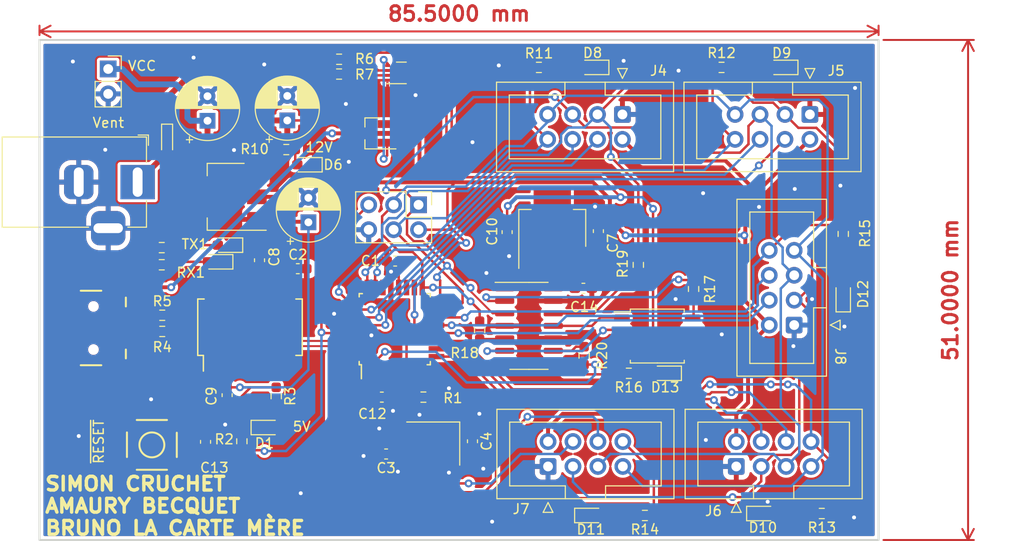
<source format=kicad_pcb>
(kicad_pcb (version 20221018) (generator pcbnew)
  (layers (0 "F.Cu" signal) (31 "B.Cu" signal) (34 "B.Paste" user) (35 "F.Paste" user) (36 "B.SilkS" user "B.Silkscreen") (37 "F.SilkS" user "F.Silkscreen") (38 "B.Mask" user) (39 "F.Mask" user) (44 "Edge.Cuts" user))
  (net 0 "")
  (net 1 "Net-(U1-AREF)")
  (net 2 "GND")
  (net 3 "Net-(U6-3V3OUT)")
  (net 4 "RESET")
  (net 5 "Net-(U1-XTAL1{slash}PB6)")
  (net 6 "Net-(U1-XTAL2{slash}PB7)")
  (net 7 "12V")
  (net 8 "VCC")
  (net 9 "CBUS0")
  (net 10 "3.3V")
  (net 11 "Net-(D1-A)")
  (net 12 "Net-(RX1-A)")
  (net 13 "TX")
  (net 14 "Net-(TX1-A)")
  (net 15 "Net-(D6-A)")
  (net 16 "Net-(D7-A)")
  (net 17 "Net-(D8-A)")
  (net 18 "Net-(D9-A)")
  (net 19 "Net-(D10-A)")
  (net 20 "Net-(D11-A)")
  (net 21 "Net-(D12-A)")
  (net 22 "Net-(D13-A)")
  (net 23 "MOSI_1")
  (net 24 "SCK_1")
  (net 25 "Net-(U6-DTR)")
  (net 26 "CS1_1")
  (net 27 "CBUS1")
  (net 28 "MISO_1")
  (net 29 "MISO")
  (net 30 "SCK")
  (net 31 "MOSI")
  (net 32 "INT1")
  (net 33 "RST1")
  (net 34 "CS2")
  (net 35 "INT2")
  (net 36 "RST2")
  (net 37 "CS3")
  (net 38 "INT3")
  (net 39 "RST3")
  (net 40 "CS4")
  (net 41 "INT4")
  (net 42 "RST4")
  (net 43 "CS5")
  (net 44 "INT5")
  (net 45 "RST5")
  (net 46 "CS6")
  (net 48 "D+")
  (net 49 "D-")
  (net 52 "Net-(R17-Pad2)")
  (net 53 "Net-(R18-Pad2)")
  (net 54 "Net-(R19-Pad2)")
  (net 55 "CS1")
  (net 56 "Net-(R20-Pad2)")
  (net 69 "VUSB")
  (net 70 "Net-(J9-PadD-)")
  (net 71 "Net-(J9-PadD+)")
  (net 72 "Net-(U2A-+)")
  (net 73 "Net-(Q1-G)")
  (footprint "Capacitor_THT:CP_Radial_D6.3mm_P2.50mm" (layer "F.Cu") (at 146.75 92.21 90)
    (fp_text reference "C11" hide)
    (fp_text value "47µF" hide)
  )
  (footprint "Resistor_SMD:R_0603_1608Metric_Pad0.98x0.95mm_HandSolder" (layer "F.Cu") (at 152.0275 87.48 180)
    (fp_text reference "R7")
    (fp_text value "10k" hide)
  )
  (footprint "Resistor_SMD:R_0603_1608Metric_Pad0.98x0.95mm_HandSolder" (layer "F.Cu") (at 172.3875 86.8 180)
    (fp_text reference "R11")
    (fp_text value "1k" hide)
  )
  (footprint "LED_SMD:LED_0603_1608Metric_Pad1.05x0.95mm_HandSolder" (layer "F.Cu") (at 139.545 106.63 180)
    (fp_text reference "RX1")
    (fp_text value "LED" hide)
  )
  (footprint "Capacitor_SMD:C_0603_1608Metric_Pad1.08x0.95mm_HandSolder" (layer "F.Cu") (at 165.62 124.93 -90)
    (fp_text reference "C4")
    (fp_text value "22pF" hide)
  )
  (footprint "Resistor_SMD:R_0603_1608Metric_Pad0.98x0.95mm_HandSolder" (layer "F.Cu") (at 142.12 124.93 -90)
    (fp_text reference "R2")
    (fp_text value "10KΩ" hide)
  )
  (footprint "Capacitor_SMD:C_0603_1608Metric_Pad1.08x0.95mm_HandSolder" (layer "F.Cu") (at 169.15 103.6 -90)
    (fp_text reference "C10")
    (fp_text value "1µF" hide)
  )
  (footprint "LED_SMD:LED_0603_1608Metric_Pad1.05x0.95mm_HandSolder" (layer "F.Cu") (at 140.545 104.93 180)
    (fp_text reference "TX1")
    (fp_text value "LED" hide)
  )
  (footprint "Capacitor_SMD:C_0603_1608Metric_Pad1.08x0.95mm_HandSolder" (layer "F.Cu") (at 147.82 107.33)
    (fp_text reference "C2")
    (fp_text value "C" hide)
  )
  (footprint "Capacitor_SMD:C_0603_1608Metric_Pad1.08x0.95mm_HandSolder" (layer "F.Cu") (at 143.92 106.4675 90)
    (fp_text reference "C8")
    (fp_text value "100nF" hide)
  )
  (footprint "Resistor_SMD:R_0603_1608Metric_Pad0.98x0.95mm_HandSolder" (layer "F.Cu") (at 183.1875 132.5)
    (fp_text reference "R14")
    (fp_text value "1k" hide)
  )
  (footprint "Capacitor_THT:CP_Radial_D6.3mm_P2.50mm" (layer "F.Cu") (at 138.62 92.24 90)
    (fp_text reference "C6" hide)
    (fp_text value "47µF" hide)
  )
  (footprint "LED_SMD:LED_0603_1608Metric_Pad1.05x0.95mm_HandSolder" (layer "F.Cu") (at 148.645 96.73 180)
    (fp_text reference "D6")
    (fp_text value "LED")
  )
  (footprint "Resistor_SMD:R_0603_1608Metric_Pad0.98x0.95mm_HandSolder" (layer "F.Cu") (at 134.0075 112.08)
    (fp_text reference "R5")
    (fp_text value "22Ω" hide)
  )
  (footprint "LED_SMD:LED_0603_1608Metric_Pad1.05x0.95mm_HandSolder" (layer "F.Cu") (at 203.4 110.075 90)
    (fp_text reference "D12")
    (fp_text value "LED" hide)
  )
  (footprint "Connector_IDC:IDC-Header_2x04_P2.54mm_Vertical" (layer "F.Cu") (at 173.32 127.5 90)
    (fp_text reference "J7" hide)
    (fp_text value "Conn_02x04_Counter_Clockwise" hide)
  )
  (footprint "Resistor_SMD:R_0603_1608Metric_Pad0.98x0.95mm_HandSolder" (layer "F.Cu") (at 203.4 103.7875 90)
    (fp_text reference "R15")
    (fp_text value "1k" hide)
  )
  (footprint "Resistor_SMD:R_0603_1608Metric_Pad0.98x0.95mm_HandSolder" (layer "F.Cu") (at 145.62 120.3425 -90)
    (fp_text reference "R3")
    (fp_text value "500Ω" hide)
  )
  (footprint "Connector_IDC:IDC-Header_2x04_P2.54mm_Vertical" (layer "F.Cu") (at 192.5 127.5 90)
    (fp_text reference "J6" hide)
    (fp_text value "Conn_02x04_Counter_Clockwise" hide)
  )
  (footprint "Connector_PinHeader_2.54mm:PinHeader_2x03_P2.54mm_Vertical" (layer "F.Cu") (at 160.125 100.815 -90)
    (fp_text reference "J2" hide)
    (fp_text value "AVR-ISP-6" hide)
  )
  (footprint "Connectors:USB-MINIB" (layer "F.Cu") (at 127.00022 113.37756)
    (fp_text reference "J9" hide)
    (fp_text value "USB_MINI-B_SMT" hide)
  )
  (footprint "Package_QFP:TQFP-32_7x7mm_P0.8mm" (layer "F.Cu") (at 157.7 113.5 90)
    (fp_text reference "U1" hide)
    (fp_text value "ATmega328P-A" hide)
  )
  (footprint "Connector_PinSocket_2.54mm:PinSocket_1x02_P2.54mm_Vertical" (layer "F.Cu") (at 128.5 86.96)
    (fp_text reference "J3" hide)
    (fp_text value "Conn_01x02_Socket" hide)
  )
  (footprint "Resistor_SMD:R_0603_1608Metric_Pad0.98x0.95mm_HandSolder" (layer "F.Cu") (at 146.6475 95.18)
    (fp_text reference "R10")
    (fp_text value "1kΩ" hide)
  )
  (footprint "Connector_IDC:IDC-Header_2x04_P2.54mm_Vertical" (layer "F.Cu") (at 180.9 91.6 -90)
    (fp_text reference "J4" hide)
    (fp_text value "Conn_02x04_Counter_Clockwise" hide)
  )
  (footprint "LED_SMD:LED_0603_1608Metric_Pad1.05x0.95mm_HandSolder" (layer "F.Cu") (at 144.72 123.53)
    (fp_text reference "D1")
    (fp_text value "LED" hide)
  )
  (footprint "Capacitor_SMD:C_0603_1608Metric_Pad1.08x0.95mm_HandSolder" (layer "F.Cu") (at 138.42 124.9925 90)
    (fp_text reference "C13")
    (fp_text value "100nF")
  )
  (footprint "Resistor_SMD:R_0603_1608Metric_Pad0.98x0.95mm_HandSolder" (layer "F.Cu") (at 133.9575 106.93)
    (fp_text reference "R8" hide)
    (fp_text value "500Ω" hide)
  )
  (footprint "Connector_IDC:IDC-Header_2x04_P2.54mm_Vertical" (layer "F.Cu") (at 200 91.6 -90)
    (fp_text reference "J5" hide)
    (fp_text value "Conn_02x04_Counter_Clockwise" hide)
  )
  (footprint "Resistor_SMD:R_0603_1608Metric_Pad0.98x0.95mm_HandSolder" (layer "F.Cu") (at 191 86.8 180)
    (fp_text reference "R12")
    (fp_text value "1k" hide)
  )
  (footprint "Resistor_SMD:R_0603_1608Metric_Pad0.98x0.95mm_HandSolder" (layer "F.Cu") (at 188.15 109.4 90)
    (fp_text reference "R17")
    (fp_text value "3.3k" hide)
  )
  (footprint "Package_SO:SOIC-8_5.275x5.275mm_P1.27mm" (layer "F.Cu") (at 184.45 114.2)
    (fp_text reference "IC1" hide)
    (fp_text value "AT45DB641E-SHN2B-T" hide)
  )
  (footprint "Resistor_SMD:R_0603_1608Metric_Pad0.98x0.95mm_HandSolder" (layer "F.Cu") (at 181.55 118 180)
    (fp_text reference "R16")
    (fp_text value "1k" hide)
  )
  (footprint "Resistor_SMD:R_0603_1608Metric_Pad0.98x0.95mm_HandSolder" (layer "F.Cu") (at 182.52 106.9425 -90)
    (fp_text reference "R19")
    (fp_text value "3.3k")
  )
  (footprint "Connector_IDC:IDC-Header_2x04_P2.54mm_Vertical" (layer "F.Cu") (at 198.4 113.08 180)
    (fp_text reference "J8" hide)
    (fp_text value "Conn_02x04_Counter_Clockwise" hide)
  )
  (footprint "Capacitor_SMD:C_0603_1608Metric_Pad1.08x0.95mm_HandSolder" (layer "F.Cu") (at 156.3825 120.43 180)
    (fp_text reference "C12")
    (fp_text value "100nF")
  )
  (footprint "Resistor_SMD:R_0603_1608Metric_Pad0.98x0.95mm_HandSolder" (layer "F.Cu") (at 201.2125 132.3)
    (fp_text reference "R13")
    (fp_text value "1k" hide)
  )
  (footprint "LED_SMD:LED_0603_1608Metric_Pad1.05x0.95mm_HandSolder" (layer "F.Cu") (at 177.86 86.8 180)
    (fp_text reference "D8")
    (fp_text value "LED" hide)
  )
  (footprint "Package_TO_SOT_SMD:SOT-223-3_TabPin2" (layer "F.Cu") (at 140.5 100 180)
    (fp_text reference "U3" hide)
    (fp_text value "AMS1117-5.0" hide)
  )
  (footprint "Resistor_SMD:R_0603_1608Metric_Pad0.98x0.95mm_HandSolder" (layer "F.Cu") (at 133.9575 105.18)
    (fp_text reference "R9" hide)
    (fp_text value "500Ω" hide)
  )
  (footprint "Connector_BarrelJack:BarrelJack_Horizontal" (layer "F.Cu") (at 131.5 98.5)
    (fp_text reference "J1" hide)
    (fp_text value "Barrel_Jack_Switch_Pin3Ring" hide)
  )
  (footprint "Package_SO:SSOP-28_5.3x10.2mm_P0.65mm" (layer "F.Cu") (at 142.95 113.3 90)
    (fp_text reference "U6" hide)
    (fp_text value "FT232RL" hide)
  )
  (footprint "Resistor_SMD:R_0603_1608Metric_Pad0.98x0.95mm_HandSolder" (layer "F.Cu") (at 177 116.2 90)
    (fp_text reference "R20")
    (fp_text value "3.3k" hide)
  )
  (footprint "LED_SMD:LED_0603_1608Metric_Pad1.05x0.95mm_HandSolder" (layer "F.Cu") (at 185.25 118 180)
    (fp_text reference "D13")
    (fp_text value "LED" hide)
  )
  (footprint "Package_TO_SOT_SMD:SOT-23_Handsoldering" (layer "F.Cu") (at 155.42 93.53 180)
    (fp_text reference "Q1" hide)
    (fp_text value "FDN340P")
  )
  (footprint "Capacitor_SMD:C_0603_1608Metric_Pad1.08x0.95mm_HandSolder" (layer "F.Cu") (at 140.62 120.23 -90)
    (fp_text reference "C9")
    (fp_text value "100nF" hide)
  )
  (footprint "Resistor_SMD:R_0603_1608Metric_Pad0.98x0.95mm_HandSolder" (layer "F.Cu") (at 134.0075 113.73)
    (fp_text reference "R4")
    (fp_text value "22Ω" hide)
  )
  (footprint "Capacitor_SMD:C_0603_1608Metric_Pad1.08x0.95mm_HandSolder" (layer "F.Cu") (at 157.74 106.55 180)
    (fp_text reference "C1")
    (fp_text value "100nF" hide)
  )
  (footprint "Diode_SMD:D_SC-80_HandSoldering" (layer "F.Cu") (at 134.5 94.5 -90)
    (fp_text reference "D7" hide)
    (fp_text value "D" hide)
  )
  (footprint "LED_SMD:LED_0603_1608Metric_Pad1.05x0.95mm_HandSolder" (layer "F.Cu") (at 195.2125 132.3)
    (fp_text reference "D10")
    (fp_text value "LED" hide)
  )
  (footprint "Resistor_SMD:R_0603_1608Metric_Pad0.98x0.95mm_HandSolder" (layer "F.Cu") (at 160.62 120.43 180)
    (fp_text reference "R1")
    (fp_text value "1MΩ" hide)
  )
  (footprint "Crystal:Crystal_SMD_SeikoEpson_FA238-4Pin_3.2x2.5mm_HandSoldering" (layer "F.Cu") (at 161.62 125.1675 180)
    (fp_text reference "Y1" hide)
    (fp_text value "16MHz" hide)
  )
  (footprint "Capacitor_SMD:C_0603_1608Metric_Pad1.08x0.95mm_HandSolder" (layer "F.Cu") (at 156.82 126.23 180)
    (fp_text reference "C3")
    (fp_text value "22pF" hide)
  )
  (footprint "Switches:TACTILE_SWITCH_SMD_5.2MM" (layer "F.Cu") (at 132.95 125.3)
    (fp_text reference "S1" hide)
    (fp_text value "MOMENTARY-SWITCH-SPST-2-SMD-5.2MM" hide)
  )
  (footprint "Resistor_SMD:R_0603_1608Metric_Pad0.98x0.95mm_HandSolder" (layer "F.Cu") (at 152.03 85.97 180)
    (fp_text reference "R6")
    (fp_text value "10k" hide)
  )
  (footprint "Capacitor_SMD:C_0603_1608Metric_Pad1.08x0.95mm_HandSolder" (layer "F.Cu") (at 176.92 109.33)
    (fp_text reference "C14")
    (fp_text value "100nF")
  )
  (footprint "Resistor_SMD:R_0603_1608Metric_Pad0.98x0.95mm_HandSolder" (layer "F.Cu") (at 166.35 113.6 -90)
    (fp_text reference "R18")
    (fp_text value "3.3k" hide)
  )
  (footprint "Package_SO:SOIC-14_3.9x8.7mm_P1.27mm" (layer "F.Cu") (at 171.375 113.16)
    (fp_text reference "U5" hide)
    (fp_text value "74LVC125" hide)
  )
  (footprint "Package_DFN_QFN:DFN-8-1EP_2x2mm_P0.5mm_EP1.05x1.75mm" (layer "F.Cu") (at 157.8725 87.36125)
    (fp_text reference "U2" hide)
    (fp_text value "LM358" hide)
  )
  (footprint "LED_SMD:LED_0603_1608Metric_Pad1.05x0.95mm_HandSolder" (layer "F.Cu") (at 177.6875 132.5)
    (fp_text reference "D11")
    (fp_text value "LED" hide)
  )
  (footprint "Capacitor_THT:CP_Radial_D6.3mm_P2.50mm" (layer "F.Cu") (at 148.9 102.6 90)
    (fp_text reference "C5" hide)
    (fp_text value "4.7µF" hide)
  )
  (footprint "LED_SMD:LED_0603_1608Metric_Pad1.05x0.95mm_HandSolder" (layer "F.Cu") (at 197.125 86.8 180)
    (fp_text reference "D9")
    (fp_text value "LED" hide)
  )
  (footprint "Package_TO_SOT_SMD:SOT-223-3_TabPin2" (layer "F.Cu") (at 173.75 103.2 90)
    (fp_text reference "U4" hide)
    (fp_text value "AMS1117" hide)
  )
  (footprint "Capacitor_SMD:C_0603_1608Metric_Pad1.08x0.95mm_HandSolder" (layer "F.Cu") (at 178.45 103.5 90)
    (fp_text reference "C7")
    (fp_text value "1µF" hide)
  )
  (gr_rect (start 121.5 84) (end 207 135) (stroke (width 0.2)) (fill none) (layer "Edge.Cuts"))
  (gr_text "J8" (at 202.52 115.33 -90) (layer "F.SilkS") (effects (font (size 1 1)) (justify left bottom)))
  (gr_text "12V\n" (at 148.52 95.53) (layer "F.SilkS") (effects (font (size 1 1)) (justify left bottom)))
  (gr_text "5V\n" (at 147.22 124.03) (layer "F.SilkS") (effects (font (size 1 1)) (justify left bottom)))
  (gr_text "~{RESET}" (at 128.12 127.33 90) (layer "F.SilkS") (effects (font (size 1 1)) (justify left bottom)))
  (gr_text "Vent" (at 126.82 93.03) (layer "F.SilkS") (effects (font (size 1 1)) (justify left bottom)))
  (gr_text "VCC" (at 130.42 87.23) (layer "F.SilkS") (effects (font (size 1 1)) (justify left bottom)))
  (gr_text "SIMON CRUCHET	\nAMAURY BECQUET \nBRUNO LA CARTE MÈRE" (at 121.9 134.6) (layer "F.SilkS") (effects (font (size 1.4 1.5) (thickness 0.35) bold) (justify left bottom)))
  (gr_text "J7" (at 169.62 132.43) (layer "F.SilkS") (effects (font (size 1 1)) (justify left bottom)))
  (gr_text "J5\n" (at 201.72 87.73) (layer "F.SilkS") (effects (font (size 1 1)) (justify left bottom)))
  (gr_text "J4\n" (at 183.62 87.73) (layer "F.SilkS") (effects (font (size 1 1)) (justify left bottom)))
  (gr_text "J6\n" (at 189.22 132.63) (layer "F.SilkS") (effects (font (size 1 1)) (justify left bottom)))
  (dimension (type aligned) (layer "F.Cu") (pts (xy 207 84) (xy 121.5 84)) (height 0.869999) (gr_text "85,5000 mm" (at 164.25 81.330001) (layer "F.Cu") (effects (font (size 1.5 1.5) (thickness 0.3)))) (format (prefix "") (suffix "") (units 3) (units_format 1) (precision 4)) (style (thickness 0.2) (arrow_length 1.27) (text_position_mode 0) (extension_height 0.58642) (extension_offset 0.5) keep_text_aligned))
  (dimension (type aligned) (layer "F.Cu") (pts (xy 207 84) (xy 207 135)) (height -9.12) (gr_text "51,0000 mm" (at 214.32 109.5 90) (layer "F.Cu") (effects (font (size 1.5 1.5) (thickness 0.3)))) (format (prefix "") (suffix "") (units 3) (units_format 1) (precision 4)) (style (thickness 0.2) (arrow_length 1.27) (text_position_mode 0) (extension_height 0.58642) (extension_offset 0.5) keep_text_aligned))
  (segment (start 158.1 107.0525) (end 158.1 109.25) (width 0.25) (layer "F.Cu") (net 1))
  (segment (start 158.6025 106.55) (end 158.1 107.0525) (width 0.25) (layer "F.Cu") (net 1))
  (segment (start 157.3 107.61) (end 157.32 107.63) (width 0.25) (layer "F.Cu") (net 2))
  (segment (start 130.156 123.395) (end 135.744 123.395) (width 0.25) (layer "F.Cu") (net 2))
  (segment (start 156.8775 106.55) (end 157.3 106.9725) (width 0.25) (layer "F.Cu") (net 2))
  (segment (start 169.67 109.35) (end 168.9 109.35) (width 0.25) (layer "F.Cu") (net 2))
  (segment (start 160.17 124.0675) (end 160.17 122.28) (width 0.25) (layer "F.Cu") (net 2))
  (segment (start 155.13875 88.11125) (end 152.72 90.53) (width 0.25) (layer "F.Cu") (net 2))
  (segment (start 186.125 118) (end 186.125 117.685) (width 0.25) (layer "F.Cu") (net 2))
  (segment (start 156.9725 88.11125) (end 155.13875 88.11125) (width 0.25) (layer "F.Cu") (net 2))
  (segment (start 157.32 107.63) (end 157.3 107.65) (width 0.25) (layer "F.Cu") (net 2))
  (segment (start 160.17 122.28) (end 160.22 122.23) (width 0.25) (layer "F.Cu") (net 2))
  (segment (start 157.3 106.9725) (end 157.3 107.61) (width 0.25) (layer "F.Cu") (net 2))
  (segment (start 157.3 107.65) (end 157.3 109.25) (width 0.25) (layer "F.Cu") (net 2))
  (via (at 157.32 107.63) (size 0.8) (drill 0.4) (layers "F.Cu" "B.Cu") (net 2))
  (via (at 189.12 99.63) (size 0.8) (drill 0.4) (layers "F.Cu" "B.Cu") (net 2))
  (via (at 154.52 126.43) (size 0.8) (drill 0.4) (layers "F.Cu" "B.Cu") (net 2))
  (via (at 181.02 86.13) (size 0.8) (drill 0.4) (layers "F.Cu" "B.Cu") (net 2))
  (via (at 204.5 132.7) (size 0.8) (drill 0.4) (layers "F.Cu" "B.Cu") (net 2))
  (via (at 167.62 133.13) (size 0.8) (drill 0.4) (layers "F.Cu" "B.Cu") (net 2))
  (via (at 140.42 123.23) (size 0.8) (drill 0.4) (layers "F.Cu" "B.Cu") (net 2))
  (via (at 167.04 107.77) (size 0.8) (drill 0.4) (layers "F.Cu" "B.Cu") (net 2))
  (via (at 186.62 87.13) (size 0.8) (drill 0.4) (layers "F.Cu" "B.Cu") (net 2))
  (via (at 153.02 96.43) (size 0.8) (drill 0.4) (layers "F.Cu" "B.Cu") (net 2))
  (via (at 189.4 124.8) (size 0.8) (drill 0.4) (layers "F.Cu" "B.Cu") (net 2))
  (via (at 198.32 115.23) (size 0.8) (drill 0.4) (layers "F.Cu" "B.Cu") (net 2))
  (via (at 200.22 110.43) (size 0.8) (drill 0.4) (layers "F.Cu" "B.Cu") (net 2))
  (via (at 178.11 101) (size 0.8) (drill 0.4) (layers "F.Cu" "B.Cu") (net 2))
  (via (at 204.6 88.9) (size 0.8) (drill 0.4) (layers "F.Cu" "B.Cu") (net 2))
  (via (at 158.02 128.03) (size 0.8) (drill 0.4) (layers "F.Cu" "B.Cu") (net 2))
  (via (at 166.32 122.13) (size 0.8) (drill 0.4) (layers "F.Cu" "B.Cu") (net 2))
  (via (at 144.4 86.5) (size 0.8) (drill 0.4) (layers "F.Cu" "B.Cu") (net 2))
  (via (at 203.52 113.23) (size 0.8) (drill 0.4) (layers "F.Cu" "B.Cu") (net 2))
  (via (at 148.12 130.23) (size 0.8) (drill 0.4) (layers "F.Cu" "B.Cu") (net 2))
  (via (at 137.2 85.8) (size 0.8) (drill 0.4) (layers "F.Cu" "B.Cu") (net 2))
  (via (at 160.22 122.23) (size 0.8) (drill 0.4) (layers "F.Cu" "B.Cu") (net 2))
  (via (at 169.35 106.05) (size 0.8) (drill 0.4) (layers "F.Cu" "B.Cu") (net 2))
  (via (at 132.87 120.65) (size 0.8) (drill 0.4) (layers "F.Cu" "B.Cu") (net 2))
  (via (at 141.32 95.23) (size 0.8) (drill 0.4) (layers "F.Cu" "B.Cu") (net 2))
  (via (at 157.52 121.83) (size 0.8) (drill 0.4) (layers "F.Cu" "B.Cu") (net 2))
  (via (at 159.82 89.63) (size 0.8) (drill 0.4) (layers "F.Cu" "B.Cu") (net 2))
  (via (at 186.32 110.43) (size 0.8) (drill 0.4) (layers "F.Cu" "B.Cu") (net 2))
  (via (at 194.82 101.03) (size 0.8) (drill 0.4) (layers "F.Cu" "B.Cu") (net 2))
  (via (at 163.22 128.13) (size 0.8) (drill 0.4) (layers "F.Cu" "B.Cu") (net 2))
  (via (at 152.72 90.53) (size 0.8) (drill 0.4) (layers "F.Cu" "B.Cu") (net 2))
  (via (at 163.22 119.53) (size 0.8) (drill 0.4) (layers "F.Cu" "B.Cu") (net 2))
  (via (at 151.52 111.93) (size 0.8) (drill 0.4) (layers "F.Cu" "B.Cu") (net 2))
  (via (at 195.7 131.1) (size 0.8) (drill 0.4) (layers "F.Cu" "B.Cu") (net 2))
  (via (at 155.32 114.13) (size 0.8) (drill 0.4) (layers "F.Cu" "B.Cu") (net 2))
  (via (at 166.72 127.73) (size 0.8) (drill 0.4) (layers "F.Cu" "B.Cu") (net 2))
  (via (at 165.62 94.43) (size 0.8) (drill 0.4) (layers "F.Cu" "B.Cu") (net 2))
  (via (at 125.5 124.4) (size 0.8) (drill 0.4) (layers "F.Cu" "B.Cu") (net 2))
  (via (at 124.9 86.2) (size 0.8) (drill 0.4) (layers "F.Cu" "B.Cu") (net 2))
  (via (at 198.46 99.2) (size 0.8) (drill 0.4) (layers "F.Cu" "B.Cu") (net 2))
  (via (at 203.11 98.86) (size 0.8) (drill 0.4) (layers "F.Cu" "B.Cu") (net 2))
  (via (at 128.2 95.2) (size 0.8) (drill 0.4) (layers "F.Cu" "B.Cu") (net 2))
  (via (at 168.3 86.6) (size 0.8) (drill 0.4) (layers "F.Cu" "B.Cu") (net 2))
  (via (at 191.02 114.03) (size 0.8) (drill 0.4) (layers "F.Cu" "B.Cu") (net 2))
  (via (at 156.12 123.63) (size 0.8) (drill 0.4) (layers "F.Cu" "B.Cu") (net 2))
  (segment (start 145.875 109.7) (end 145.875 108.1375) (width 0.25) (layer "F.Cu") (net 3))
  (segment (start 145.875 108.1375) (end 146.75 107.2625) (width 0.25) (layer "F.Cu") (net 3))
  (segment (start 142.1075 125.855) (end 142.12 125.8425) (width 0.25) (layer "F.Cu") (net 4))
  (segment (start 150.23 105.63) (end 155.045 100.815) (width 0.25) (layer "F.Cu") (net 4))
  (segment (start 144.3325 125.8425) (end 144.42 125.93) (width 0.25) (layer "F.Cu") (net 4))
  (segment (start 142.12 125.8425) (end 144.3325 125.8425) (width 0.25) (layer "F.Cu") (net 4))
  (segment (start 130.156 127.205) (end 135.744 127.205) (width 0.25) (layer "F.Cu") (net 4))
  (segment (start 150.23 113.83) (end 150.23 105.63) (width 0.25) (layer "F.Cu") (net 4))
  (segment (start 137.07 127.205) (end 138.42 125.855) (width 0.25) (layer "F.Cu") (net 4))
  (segment (start 135.744 127.205) (end 137.07 127.205) (width 0.25) (layer "F.Cu") (net 4))
  (segment (start 150.3 113.9) (end 153.45 113.9) (width 0.25) (layer "F.Cu") (net 4))
  (segment (start 150.23 113.83) (end 150.3 113.9) (width 0.25) (layer "F.Cu") (net 4))
  (segment (start 138.42 125.855) (end 142.1075 125.855) (width 0.25) (layer "F.Cu") (net 4))
  (via (at 144.42 125.93) (size 0.8) (drill 0.4) (layers "F.Cu" "B.Cu") (net 4))
  (via (at 150.23 113.83) (size 0.8) (drill 0.4) (layers "F.Cu" "B.Cu") (net 4))
  (segment (start 150.23 122.32) (end 150.23 113.83) (width 0.25) (layer "B.Cu") (net 4))
  (segment (start 146.62 125.93) (end 150.23 122.32) (width 0.25) (layer "B.Cu") (net 4))
  (segment (start 144.42 125.93) (end 146.62 125.93) (width 0.25) (layer "B.Cu") (net 4))
  (segment (start 159.7075 119.3175) (end 159.7075 120.43) (width 0.25) (layer "F.Cu") (net 5))
  (segment (start 158.87 126.2675) (end 160.17 126.2675) (width 0.25) (layer "F.Cu") (net 5))
  (segment (start 159.7 119.31) (end 159.7075 119.3175) (width 0.25) (layer "F.Cu") (net 5))
  (segment (start 160.42 126.2675) (end 160.17 126.2675) (width 0.25) (layer "F.Cu") (net 5))
  (segment (start 157.6825 126.23) (end 157.6825 123.1675) (width 0.25) (layer "F.Cu") (net 5))
  (segment (start 158.87 126.2675) (end 157.72 126.2675) (width 0.25) (layer "F.Cu") (net 5))
  (segment (start 159.7 117.75) (end 159.7 119.31) (width 0.25) (layer "F.Cu") (net 5))
  (segment (start 159.7075 121.1425) (end 159.7075 120.43) (width 0.25) (layer "F.Cu") (net 5))
  (segment (start 160.0325 126.13) (end 160.17 126.2675) (width 0.25) (layer "F.Cu") (net 5))
  (segment (start 157.72 126.2675) (end 157.62 126.1675) (width 0.25) (layer "F.Cu") (net 5))
  (segment (start 157.6825 123.1675) (end 159.7075 121.1425) (width 0.25) (layer "F.Cu") (net 5))
  (segment (start 160.5 118.65) (end 161.5325 119.6825) (width 0.25) (layer "F.Cu") (net 6))
  (segment (start 163.07 124.0675) (end 165.62 124.0675) (width 0.25) (layer "F.Cu") (net 6))
  (segment (start 161.5325 120.43) (end 161.5325 121.38) (width 0.25) (layer "F.Cu") (net 6))
  (segment (start 163.07 122.9175) (end 163.07 124.0675) (width 0.25) (layer "F.Cu") (net 6))
  (segment (start 161.5325 119.6825) (end 161.5325 120.43) (width 0.25) (layer "F.Cu") (net 6))
  (segment (start 160.5 117.75) (end 160.5 118.65) (width 0.25) (layer "F.Cu") (net 6))
  (segment (start 161.5325 121.38) (end 163.07 122.9175) (width 0.25) (layer "F.Cu") (net 6))
  (segment (start 148.8 91.6) (end 148.19 92.21) (width 0.25) (layer "F.Cu") (net 7))
  (segment (start 146.75 92.21) (end 146.75 94.165) (width 0.6) (layer "F.Cu") (net 7))
  (segment (start 145.735 95.18) (end 143.445 95.18) (width 0.6) (layer "F.Cu") (net 7))
  (segment (start 148.19 92.21) (end 146.75 92.21) (width 0.25) (layer "F.Cu") (net 7))
  (segment (start 143.425 97.475) (end 143.65 97.7) (width 0.6) (layer "F.Cu") (net 7))
  (segment (start 134.5 93.4) (end 134.5 89.9) (width 0.6) (layer "F.Cu") (net 7))
  (segment (start 136.67 87.73) (end 140.48 87.73) (width 0.6) (layer "F.Cu") (net 7))
  (segment (start 148.8 86.5) (end 148.8 91.6) (width 0.25) (layer "F.Cu") (net 7))
  (segment (start 143.445 95.18) (end 143.425 95.2) (width 0.6) (layer "F.Cu") (net 7))
  (segment (start 143.425 95.2) (end 143.425 97.475) (width 0.6) (layer "F.Cu") (net 7))
  (segment (start 144.96 92.21) (end 146.75 92.21) (width 0.6) (layer "F.Cu") (net 7))
  (segment (start 151.1175 85.97) (end 149.33 85.97) (width 0.25) (layer "F.Cu") (net 7))
  (segment (start 140.48 87.73) (end 144.96 92.21) (width 0.6) (layer "F.Cu") (net 7))
  (segment (start 146.75 94.165) (end 145.735 95.18) (width 0.6) (layer "F.Cu") (net 7))
  (segment (start 134.5 89.9) (end 136.67 87.73) (width 0.6) (layer "F.Cu") (net 7))
  (segment (start 149.33 85.97) (end 148.8 86.5) (width 0.25) (layer "F.Cu") (net 7))
  (segment (start 147.14762 98.53) (end 152.095 98.53) (width 0.4) (layer "F.Cu") (net 8))
  (segment (start 161.77125 86.61125) (end 158.7725 86.61125) (width 0.25) (layer "F.Cu") (net 8))
  (segment (start 158.9 114.05) (end 158.9 117.75) (width 0.25) (layer "F.Cu") (net 8))
  (segment (start 158.9 118.95) (end 158.42 119.43) (width 0.25) (layer "F.Cu") (net 8))
  (segment (start 177.905 98.525) (end 179.62 100.24) (width 0.4) (layer "F.Cu") (net 8))
  (segment (start 148.57 102.54238) (end 146.34762 102.54238) (width 0.4) (layer "F.Cu") (net 8))
  (segment (start 156.92 92.58) (end 159.27 92.58) (width 0.4) (layer "F.Cu") (net 8))
  (segment (start 176.82 106.35) (end 176.05 106.35) (width 0.4) (layer "F.Cu") (net 8))
  (segment (start 163.87 98.525) (end 163.07 99.325) (width 0.25) (layer "F.Cu") (net 8))
  (segment (start 146.34762 102.54238) (end 146.34762 105.80238) (width 0.4) (layer "F.Cu") (net 8))
  (segment (start 194.61 99.53) (end 197.84 96.3) (width 0.4) (layer "F.Cu") (net 8))
  (segment (start 133.045 106.93) (end 133.045 105.18) (width 0.25) (layer "F.Cu") (net 8))
  (segment (start 193.7 121) (end 193.7 115.24) (width 0.4) (layer "F.Cu") (net 8))
  (segment (start 133.045 103.505) (end 136.55 100) (width 0.25) (layer "F.Cu") (net 8))
  (segment (start 162.97 87.81) (end 161.77125 86.61125) (width 0.25) (layer "F.Cu") (net 8))
  (segment (start 179.62 100.24) (end 179.62 101.93) (width 0.4) (layer "F.Cu") (net 8))
  (segment (start 159.7 113.25) (end 158.9 114.05) (width 0.25) (layer "F.Cu") (net 8))
  (segment (start 137.35 100.45) (end 137.35 100) (width 0.25) (layer "F.Cu") (net 8))
  (segment (start 143.65 100) (end 143.4 100) (width 0.6) (layer "F.Cu") (net 8))
  (segment (start 179.62 101.93) (end 179.62 103.1925) (width 0.4) (layer "F.Cu") (net 8))
  (segment (start 156.62 98.525) (end 152.6 98.525) (width 0.4) (layer "F.Cu") (net 8))
  (segment (start 163.6295 103.355) (end 164.9745 104.7) (width 0.25) (layer "F.Cu") (net 8))
  (segment (start 163.87 98.525) (end 160.22 98.525) (width 0.4) (layer "F.Cu") (net 8))
  (segment (start 173.32 124.96) (end 173.32 123.63) (width 0.4) (layer "F.Cu") (net 8))
  (segment (start 159.27 92.58) (end 160.22 93.53) (width 0.4) (layer "F.Cu") (net 8))
  (segment (start 162.97 97.625) (end 162.97 87.81) (width 0.25) (layer "F.Cu") (net 8))
  (segment (start 152.1075 98.5175) (end 152.1 98.525) (width 0.4) (layer "F.Cu") (net 8))
  (segment (start 189.3 122.13) (end 192.32 122.13) (width 0.4) (layer "F.Cu") (net 8))
  (segment (start 192.57 122.13) (end 193.7 121) (width 0.4) (layer "F.Cu") (net 8))
  (segment (start 193.42 100.72) (end 194.61 99.53) (width 0.4) (layer "F.Cu") (net 8))
  (segment (start 159.7 109.25) (end 159.7 112.01) (width 0.25) (layer "F.Cu") (net 8))
  (segment (start 193.42 110.64) (end 195.86 113.08) (width 0.4) (layer "F.Cu") (net 8))
  (segment (start 143.02 119.43) (end 145.62 119.43) (width 0.25) (layer "F.Cu") (net 8))
  (segment (start 163.07 102.7955) (end 163.6295 103.355) (width 0.25) (layer "F.Cu") (net 8))
  (segment (start 176.82 106.35) (end 177.8 106.35) (width 0.4) (layer "F.Cu") (net 8))
  (segment (start 192.32 122.13) (end 192.57 122.13) (width 0.4) (layer "F.Cu") (net 8))
  (segment (start 138.62 94.79) (end 138.62 92.24) (width 0.6) (layer "F.Cu") (net 8))
  (segment (start 152.6 98.525) (end 152.1 98.525) (width 0.4) (layer "F.Cu") (net 8))
  (segment (start 159.72 112.03) (end 159.7 112.05) (width 0.25) (layer "F.Cu") (net 8))
  (segment (start 137.35 100) (end 143.65 100) (width 0.4) (layer "F.Cu") (net 8))
  (segment (start 193.7 115.24) (end 195.86 113.08) (width 0.4) (layer "F.Cu") (net 8))
  (segment (start 146.34762 105.80238) (end 144.82 107.33) (width 0.4) (layer "F.Cu") (net 8))
  (segment (start 146.34762 99.33) (end 147.14762 98.53) (width 0.4) (layer "F.Cu") (net 8))
  (segment (start 181.22 103.93) (end 179.62 102.33) (width 0.4) (layer "F.Cu") (net 8))
  (segment (start 140.6825 119.43) (end 140.62 119.3675) (width 0.25) (layer "F.Cu") (net 8))
  (segment (start 197.84 96.3) (end 200 94.14) (width 0.4) (layer "F.Cu") (net 8))
  (segment (start 146.34762 100.13) (end 146.34762 99.33) (width 0.4) (layer "F.Cu") (net 8))
  (segment (start 157.3 117.75) (end 157.3 120.375) (width 0.25) (layer "F.Cu") (net 8))
  (segment (start 142.12 120.33) (end 143.02 119.43) (width 0.25) (layer "F.Cu") (net 8))
  (segment (start 137.35 100) (end 137.35 100.5875) (width 0.6) (layer "F.Cu") (net 8))
  (segment (start 174.82 122.13) (end 189.3 122.13) (width 0.4) (layer "F.Cu") (net 8))
  (segment (start 143.925 107.575) (end 143.925 109.7) (width 0.4) (layer "F.Cu") (net 8))
  (segment (start 177.8 106.35) (end 178.45 105.7) (width 0.4) (layer "F.Cu") (net 8))
  (segment (start 178.45 105.7) (end 178.45 104.3625) (width 0.4) (layer "F.Cu") (net 8))
  (segment (start 163.87 98.525) (end 162.97 97.625) (width 0.25) (layer "F.Cu") (net 8))
  (segment (start 146.34762 102.54238) (end 146.34762 100.13) (width 0.4) (layer "F.Cu") (net 8))
  (segment (start 133.045 105.18) (end 133.045 103.505) (width 0.25) (layer "F.Cu") (net 8))
  (segment (start 163.87 98.525) (end 177.905 98.525) (width 0.4) (layer "F.Cu") (net 8))
  (segment (start 140.675 119.3125) (end 140.62 119.3675) (width 0.25) (layer "F.Cu") (net 8))
  (segment (start 141.92 119.43) (end 143.02 119.43) (width 0.25) (layer "F.Cu") (net 8))
  (segment (start 140.675 116.9) (end 140.675 119.3125) (width 0.25) (layer "F.Cu") (net 8))
  (segment (start 137.35 100) (end 137.35 96.06) (width 0.6) (layer "F.Cu") (net 8))
  (segment (start 141.92 119.43) (end 140.6825 119.43) (width 0.25) (layer "F.Cu") (net 8))
  (segment (start 163.07 99.325) (end 163.07 102.7955) (width 0.25) (layer "F.Cu") (net 8))
  (segment (start 159.7 112.01) (end 159.72 112.03) (width 0.25) (layer "F.Cu") (net 8))
  (segment (start 137.35 96.06) (end 138.62 94.79) (width 0.6) (layer "F.Cu") (net 8))
  (segment (start 192.5 124.96) (end 192.5 122.31) (width 0.4) (layer "F.Cu") (net 8))
  (segment (start 179.62 103.1925) (end 178.45 104.3625) (width 0.4) (layer "F.Cu") (net 8))
  (segment (start 144.82 107.33) (end 143.92 107.33) (width 0.4) (layer "F.Cu") (net 8))
  (segment (start 160.22 93.53) (end 160.22 98.525) (width 0.4) (layer "F.Cu") (net 8))
  (segment (start 193.32 103.93) (end 193.42 103.83) (width 0.4) (layer "F.Cu") (net 8))
  (segment (start 159.7 112.05) (end 159.7 113.25) (width 0.25) (layer "F.Cu") (net 8))
  (segment (start 158.42 119.43) (end 157.3 119.43) (width 0.25) (layer "F.Cu") (net 8))
  (segment (start 180.9 94.14) (end 183.06 96.3) (width 0.4) (layer "F.Cu") (net 8))
  (segment (start 173.32 123.63) (end 174.82 122.13) (width 0.4) (layer "F.Cu") (net 8))
  (segment (start 179.62 102.33) (end 179.62 101.93) (width 0.4) (layer "F.Cu") (net 8))
  (segment (start 136.55 100) (end 137.35 100) (width 0.25) (layer "F.Cu") (net 8))
  (segment (start 193.42 104.03) (end 193.42 110.64) (width 0.4) (layer "F.Cu") (net 8))
  (segment (start 160.22 98.525) (end 156.62 98.525) (width 0.4) (layer "F.Cu") (net 8))
  (segment (start 193.32 103.93) (end 193.42 104.03) (width 0.4) (layer "F.Cu") (net 8))
  (segment (start 160.125 103.355) (end 163.6295 103.355) (width 0.25) (layer "F.Cu") (net 8))
  (segment (start 143.65 100) (end 146.21762 100) (width 0.4) (layer "F.Cu") (net 8))
  (segment (start 183.06 96.3) (end 191.38 96.3) (width 0.4) (layer "F.Cu") (net 8))
  (segment (start 192.5 122.31) (end 192.32 122.13) (width 0.25) (layer "F.Cu") (net 8))
  (segment (start 157.3 120.375) (end 157.245 120.43) (width 0.25) (layer "F.Cu") (net 8))
  (segment (start 191.38 96.3) (end 194.61 99.53) (width 0.4) (layer "F.Cu") (net 8))
  (segment (start 193.42 103.83) (end 193.42 100.72) (width 0.4) (layer "F.Cu") (net 8))
  (segment (start 142.12 124.0175) (end 142.12 120.33) (width 0.25) (layer "F.Cu") (net 8))
  (segment (start 152.095 98.53) (end 152.1075 98.5175) (width 0.4) (layer "F.Cu") (net 8))
  (segment (start 158.9 117.75) (end 158.9 118.95) (width 0.25) (layer "F.Cu") (net 8))
  (via (at 193.32 103.93) (size 0.8) (drill 0.4) (layers "F.Cu" "B.Cu") (net 8))
  (via (at 159.72 112.03) (size 0.8) (drill 0.4) (layers "F.Cu" "B.Cu") (net 8))
  (via (at 141.92 119.43) (size 0.8) (drill 0.4) (layers "F.Cu" "B.Cu") (net 8))
  (via (at 164.9745 104.7) (size 0.8) (drill 0.4) (layers "F.Cu" "B.Cu") (net 8))
  (via (at 181.22 103.93) (size 0.8) (drill 0.4) (layers "F.Cu" "B.Cu") (net 8))
  (segment (start 128.5 86.96) (end 129.95 86.96) (width 0.6) (layer "B.Cu") (net 8))
  (segment (start 129.95 86.96) (end 131.52 88.53) (width 0.6) (layer "B.Cu") (net 8))
  (segment (start 135.38 88.53) (end 136.57 89.72) (width 0.6) (layer "B.Cu") (net 8))
  (segment (start 159.7 109.336396) (end 164.336396 104.7) (width 0.25) (layer "B.Cu") (net 8))
  (segment (start 193.32 103.93) (end 181.22 103.93) (width 0.4) (layer "B.Cu") (net 8))
  (segment (start 131.52 88.53) (end 135.38 88.53) (width 0.6) (layer "B.Cu") (net 8))
  (segment (start 164.336396 104.7) (end 164.9745 104.7) (width 0.25) (layer "B.Cu") (net 8))
  (segment (start 148.9 117.65) (end 147.12 119.43) (width 0.25) (layer "B.Cu") (net 8))
  (segment (start 136.57 89.72) (end 136.57 91.93) (width 0.6) (layer "B.Cu") (net 8))
  (segment (start 159.72 112.03) (end 159.72 109.316396) (width 0.25) (layer "B.Cu") (net 8))
  (segment (start 136.57 91.93) (end 136.88 92.24) (width 0.6) (layer "B.Cu") (net 8))
  (segment (start 148.9 102.6) (end 148.9 117.65) (width 0.25) (layer "B.Cu") (net 8))
  (segment (start 136.88 92.24) (end 138.62 92.24) (width 0.6) (layer "B.Cu") (net 8))
  (segment (start 147.12 119.43) (end 141.92 119.43) (width 0.25) (layer "B.Cu") (net 8))
  (segment (start 141.32 106.63) (end 140.42 106.63) (width 0.25) (layer "F.Cu") (net 9))
  (segment (start 141.975 109.7) (end 141.975 107.285) (width 0.25) (layer "F.Cu") (net 9))
  (segment (start 141.975 107.285) (end 141.32 106.63) (width 0.25) (layer "F.Cu") (net 9))
  (segment (start 163.5 97.4) (end 163.5 87.703604) (width 0.25) (layer "F.Cu") (net 10))
  (segment (start 189.525 114.835) (end 189.82 115.13) (width 0.25) (layer "F.Cu") (net 10))
  (segment (start 189.82 115.13) (end 189.82 115.83) (width 0.25) (layer "F.Cu") (net 10))
  (segment (start 189.82 115.83) (end 189.545 116.105) (width 0.25) (layer "F.Cu") (net 10))
  (segment (start 178.69 98) (end 164.1 98) (width 0.25) (layer "F.Cu") (net 10))
  (segment (start 155.6 86.71) (end 156.00125 87.11125) (width 0.25) (layer "F.Cu") (net 10))
  (segment (start 164.1 98) (end 163.5 97.4) (width 0.25) (layer "F.Cu") (net 10))
  (segment (start 173.75 106.35) (end 173.75 109.25) (width 0.25) (layer "F.Cu") (net 10))
  (segment (start 173.75 109.25) (end 173.85 109.35) (width 0.25) (layer "F.Cu") (net 10))
  (segment (start 156.00125 87.11125) (end 156.9725 87.11125) (width 0.25) (layer "F.Cu") (net 10))
  (segment (start 184.02 114.835) (end 180.85 114.835) (width 0.25) (layer "F.Cu") (net 10))
  (segment (start 158.83875 85.3) (end 155.95 85.3) (width 0.25) (layer "F.Cu") (net 10))
  (segment (start 173.85 109.35) (end 173.925 109.275) (width 0.25) (layer "F.Cu") (net 10))
  (segment (start 169.15 101.1) (end 170.03 100.22) (width 0.25) (layer "F.Cu") (net 10))
  (segment (start 184.02 101.23) (end 184.02 114.835) (width 0.25) (layer "F.Cu") (net 10))
  (segment (start 170.2 100.05) (end 173.75 100.05) (width 0.25) (layer "F.Cu") (net 10))
  (segment (start 163.5 87.703604) (end 161.957646 86.16125) (width 0.25) (layer "F.Cu") (net 10))
  (segment (start 169.15 102.7375) (end 169.15 101.1) (width 0.25) (layer "F.Cu") (net 10))
  (segment (start 155.6 85.65) (end 155.6 86.71) (width 0.25) (layer "F.Cu") (net 10))
  (segment (start 189.545 116.105) (end 188.05 116.105) (width 0.25) (layer "F.Cu") (net 10))
  (segment (start 161.957646 86.16125) (end 159.7 86.16125) (width 0.25) (layer "F.Cu") (net 10))
  (segment (start 180.707701 100.042299) (end 180.707701 100.017701) (width 0.25) (layer "F.Cu") (net 10))
  (segment (start 188.05 114.835) (end 189.525 114.835) (width 0.25) (layer "F.Cu") (net 10))
  (segment (start 170.03 100.22) (end 170.2 100.05) (width 0.25) (layer "F.Cu") (net 10))
  (segment (start 155.95 85.3) (end 155.6 85.65) (width 0.25) (layer "F.Cu") (net 10))
  (segment (start 188.05 114.835) (end 184.02 114.835) (width 0.25) (layer "F.Cu") (net 10))
  (segment (start 173.87 109.33) (end 173.85 109.35) (width 0.25) (layer "F.Cu") (net 10))
  (segment (start 176.0575 109.33) (end 173.87 109.33) (width 0.25) (layer "F.Cu") (net 10))
  (segment (start 159.7 86.16125) (end 158.83875 85.3) (width 0.25) (layer "F.Cu") (net 10))
  (segment (start 180.707701 100.017701) (end 178.69 98) (width 0.25) (layer "F.Cu") (net 10))
  (segment (start 173.75 100.05) (end 173.75 106.35) (width 0.25) (layer "F.Cu") (net 10))
  (via (at 180.707701 100.042299) (size 0.8) (drill 0.4) (layers "F.Cu" "B.Cu") (net 10))
  (via (at 184.02 101.23) (size 0.8) (drill 0.4) (layers "F.Cu" "B.Cu") (net 10))
  (via (at 169.22 100.93) (size 0.8) (drill 0.4) (layers "F.Cu" "B.Cu") (net 10))
  (segment (start 184.02 101.13) (end 184.02 101.23) (width 0.25) (layer "B.Cu") (net 10))
  (segment (start 170.107701 100.042299) (end 169.22 100.93) (width 0.4) (layer "B.Cu") (net 10))
  (segment (start 180.707701 100.042299) (end 170.107701 100.042299) (width 0.4) (layer "B.Cu") (net 10))
  (segment (start 180.707701 100.042299) (end 182.932299 100.042299) (width 0.25) (layer "B.Cu") (net 10))
  (segment (start 182.932299 100.042299) (end 184.02 101.13) (width 0.25) (layer "B.Cu") (net 10))
  (segment (start 145.62 121.255) (end 145.62 123.505) (width 0.25) (layer "F.Cu") (net 11))
  (segment (start 145.62 123.505) (end 145.595 123.53) (width 0.25) (layer "F.Cu") (net 11))
  (segment (start 136.17 106.63) (end 135.87 106.93) (width 0.25) (layer "F.Cu") (net 12))
  (segment (start 134.87 106.93) (end 135.87 106.93) (width 0.25) (layer "F.Cu") (net 12))
  (segment (start 138.67 106.63) (end 136.17 106.63) (width 0.25) (layer "F.Cu") (net 12))
  (segment (start 153.45 114.7) (end 139.55 114.7) (width 0.2) (layer "F.Cu") (net 13))
  (segment (start 139.55 114.7) (end 138.72 115.53) (width 0.2) (layer "F.Cu") (net 13))
  (segment (start 138.725 115.535) (end 138.725 116.9) (width 0.2) (layer "F.Cu") (net 13))
  (segment (start 135.87 104.93) (end 135.62 105.18) (width 0.25) (layer "F.Cu") (net 14))
  (segment (start 139.67 104.93) (end 135.87 104.93) (width 0.25) (layer "F.Cu") (net 14))
  (segment (start 134.87 105.18) (end 135.62 105.18) (width 0.25) (layer "F.Cu") (net 14))
  (segment (start 147.56 95.18) (end 147.56 96.8425) (width 0.25) (layer "F.Cu") (net 15))
  (segment (start 147.56 96.8425) (end 147.5225 96.88) (width 0.25) (layer "F.Cu") (net 15))
  (segment (start 134.4 95.6) (end 131.5 98.5) (width 0.6) (layer "F.Cu") (net 16))
  (segment (start 134.5 95.6) (end 134.4 95.6) (width 0.6) (layer "F.Cu") (net 16))
  (segment (start 173.3 86.8) (end 176.985 86.8) (width 0.25) (layer "F.Cu") (net 17))
  (segment (start 196.25 86.8) (end 191.9125 86.8) (width 0.25) (layer "F.Cu") (net 18))
  (segment (start 196.0875 132.3) (end 200.3 132.3) (width 0.25) (layer "F.Cu") (net 19))
  (segment (start 178.5625 132.5) (end 182.275 132.5) (width 0.25) (layer "F.Cu") (net 20))
  (segment (start 203.4 109.2) (end 203.4 104.7) (width 0.25) (layer "F.Cu") (net 21))
  (segment (start 182.4625 118) (end 184.375 118) (width 0.25) (layer "F.Cu") (net 22))
  (segment (start 173.85 113.16) (end 177.79 113.16) (width 0.25) (layer "F.Cu") (net 23))
  (segment (start 177.79 113.16) (end 178.65 112.3) (width 0.25) (layer "F.Cu") (net 23))
  (segment (start 180.845 112.3) (end 180.85 112.295) (width 0.25) (layer "F.Cu") (net 23))
  (segment (start 178.65 112.3) (end 180.845 112.3) (width 0.25) (layer "F.Cu") (net 23))
  (segment (start 167.15 115.7) (end 167.12 115.73) (width 0.25) (layer "F.Cu") (net 24))
  (segment (start 178.985 113.565) (end 178.92 113.63) (width 0.25) (layer "F.Cu") (net 24))
  (segment (start 180.85 113.565) (end 178.985 113.565) (width 0.25) (layer "F.Cu") (net 24))
  (segment (start 168.9 115.7) (end 167.15 115.7) (width 0.25) (layer "F.Cu") (net 24))
  (via (at 167.12 115.73) (size 0.8) (drill 0.4) (layers "F.Cu" "B.Cu") (net 24))
  (via (at 178.92 113.63) (size 0.8) (drill 0.4) (layers "F.Cu" "B.Cu") (net 24))
  (segment (start 178.92 113.63) (end 176.82 115.73) (width 0.25) (layer "B.Cu") (net 24))
  (segment (start 176.82 115.73) (end 167.12 115.73) (width 0.25) (layer "B.Cu") (net 24))
  (segment (start 139.375 119.375) (end 139.375 116.9) (width 0.25) (layer "F.Cu") (net 25))
  (segment (start 138.42 124.13) (end 138.42 120.33) (width 0.25) (layer "F.Cu") (net 25))
  (segment (start 138.42 120.33) (end 139.375 119.375) (width 0.25) (layer "F.Cu") (net 25))
  (segment (start 180.5325 118.105) (end 174.985 118.105) (width 0.25) (layer "F.Cu") (net 26))
  (segment (start 174.985 118.105) (end 173.85 116.97) (width 0.25) (layer "F.Cu") (net 26))
  (segment (start 180.6375 118) (end 180.5325 118.105) (width 0.25) (layer "F.Cu") (net 26))
  (segment (start 173.82 117) (end 173.85 116.97) (width 0.25) (layer "F.Cu") (net 26))
  (segment (start 180.6375 118) (end 180.6375 116.3175) (width 0.25) (layer "F.Cu") (net 26))
  (segment (start 180.6375 116.3175) (end 180.85 116.105) (width 0.25) (layer "F.Cu") (net 26))
  (segment (start 142.625 109.7) (end 142.625 105.235) (width 0.25) (layer "F.Cu") (net 27))
  (segment (start 142.32 104.93) (end 141.42 104.93) (width 0.25) (layer "F.Cu") (net 27))
  (segment (start 142.625 105.235) (end 142.32 104.93) (width 0.25) (layer "F.Cu") (net 27))
  (segment (start 188.15 110.3125) (end 188.15 112.195) (width 0.25) (layer "F.Cu") (net 28))
  (segment (start 188.15 112.195) (end 188.05 112.295) (width 0.25) (layer "F.Cu") (net 28))
  (segment (start 177.12 92.9) (end 176.995 92.775) (width 0.25) (layer "F.Cu") (net 29))
  (segment (start 160.53 104.53) (end 159.638299 104.53) (width 0.25) (layer "F.Cu") (net 29))
  (segment (start 176.995 92.775) (end 177.15 92.93) (width 0.25) (layer "F.Cu") (net 29))
  (segment (start 158.95 101.99) (end 160.125 100.815) (width 0.25) (layer "F.Cu") (net 29))
  (segment (start 182.72 92.93) (end 185.29 95.5) (width 0.25) (layer "F.Cu") (net 29))
  (segment (start 175.82 91.6) (end 176.995 92.775) (width 0.25) (layer "F.Cu") (net 29))
  (segment (start 158.64 99.33) (end 156.82 99.33) (width 0.25) (layer "F.Cu") (net 29))
  (segment (start 165.4245 109.6345) (end 167.68 111.89) (width 0.2) (layer "F.Cu") (net 29))
  (segment (start 160.125 100.815) (end 158.64 99.33) (width 0.25) (layer "F.Cu") (net 29))
  (segment (start 177.15 92.93) (end 182.72 92.93) (width 0.25) (layer "F.Cu") (net 29))
  (segment (start 174.05 89.83) (end 175.501802 91.281802) (width 0.25) (layer "F.Cu") (net 29))
  (segment (start 158.95 103.841701) (end 158.95 101.99) (width 0.25) (layer "F.Cu") (net 29))
  (segment (start 193.745 92.775) (end 194.92 91.6) (width 0.25) (layer "F.Cu") (net 29))
  (segment (start 162.325 110.325) (end 162.325 108.525) (width 0.25) (layer "F.Cu") (net 29))
  (segment (start 192.871701 95.5) (end 193.745 94.626701) (width 0.25) (layer "F.Cu") (net 29))
  (segment (start 161.95 110.7) (end 162.325 110.325) (width 0.25) (layer "F.Cu") (net 29))
  (segment (start 165.4245 109.28) (end 165.4245 109.6345) (width 0.2) (layer "F.Cu") (net 29))
  (segment (start 167.68 111.89) (end 168.9 111.89) (width 0.2) (layer "F.Cu") (net 29))
  (segment (start 159.638299 104.53) (end 158.95 103.841701) (width 0.25) (layer "F.Cu") (net 29))
  (segment (start 193.745 94.626701) (end 193.745 92.775) (width 0.25) (layer "F.Cu") (net 29))
  (segment (start 162.325 108.525) (end 162 108.2) (width 0.25) (layer "F.Cu") (net 29))
  (segment (start 163.030497 107.030497) (end 160.53 104.53) (width 0.25) (layer "F.Cu") (net 29))
  (segment (start 185.29 95.5) (end 192.871701 95.5) (width 0.25) (layer "F.Cu") (net 29))
  (segment (start 174.02 89.83) (end 174.05 89.83) (width 0.25) (layer "F.Cu") (net 29))
  (via (at 163.030497 107.030497) (size 0.8) (drill 0.4) (layers "F.Cu" "B.Cu") (net 29))
  (via (at 165.4245 109.28) (size 0.8) (drill 0.4) (layers "F.Cu" "B.Cu") (net 29))
  (via (at 174.02 89.83) (size 0.8) (drill 0.4) (layers "F.Cu" "B.Cu") (net 29))
  (via (at 156.82 99.33) (size 0.8) (drill 0.4) (layers "F.Cu" "B.Cu") (net 29))
  (via (at 162 108.2) (size 0.8) (drill 0.4) (layers "F.Cu" "B.Cu") (net 29))
  (segment (start 197.035 121.445) (end 198.92 123.33) (width 0.25) (layer "B.Cu") (net 29))
  (segment (start 197.58 127.5) (end 196.31 126.23) (width 0.25) (layer "B.Cu") (net 29))
  (segment (start 197.035 109.365) (end 197.035 121.445) (width 0.25) (layer "B.Cu") (net 29))
  (segment (start 162 108.060994) (end 163.030497 107.030497) (width 0.25) (layer "B.Cu") (net 29))
  (segment (start 196.095 92.775) (end 196.095 104.033299) (width 0.25) (layer "B.Cu") (net 29))
  (segment (start 196.31 126.23) (end 179.67 126.23) (width 0.25) (layer "B.Cu") (net 29))
  (segment (start 156.82 99.33) (end 156.82 98.73) (width 0.25) (layer "B.Cu") (net 29))
  (segment (start 165.72 89.83) (end 174.02 89.83) (width 0.25) (layer "B.Cu") (net 29))
  (segment (start 198.92 123.33) (end 198.92 126.16) (width 0.25) (layer "B.Cu") (net 29))
  (segment (start 162 108.2) (end 162 108.060994) (width 0.25) (layer "B.Cu") (net 29))
  (segment (start 198.4 108) (end 197.035 109.365) (width 0.25) (layer "B.Cu") (net 29))
  (segment (start 156.82 98.73) (end 165.72 89.83) (width 0.25) (layer "B.Cu") (net 29))
  (segment (start 196.095 104.033299) (end 197.225 105.163299) (width 0.25) (layer "B.Cu") (net 29))
  (segment (start 197.225 105.163299) (end 197.225 106.825) (width 0.25) (layer "B.Cu") (net 29))
  (segment (start 194.92 91.6) (end 196.095 92.775) (width 0.25) (layer "B.Cu") (net 29))
  (segment (start 179.67 126.23) (end 178.4 127.5) (width 0.25) (layer "B.Cu") (net 29))
  (segment (start 163.040497 107.030497) (end 165.29 109.28) (width 0.25) (layer "B.Cu") (net 29))
  (segment (start 165.29 109.28) (end 165.4245 109.28) (width 0.25) (layer "B.Cu") (net 29))
  (segment (start 197.225 106.825) (end 198.4 108) (width 0.25) (layer "B.Cu") (net 29))
  (segment (start 198.92 126.16) (end 197.58 127.5) (width 0.25) (layer "B.Cu") (net 29))
  (segment (start 163.030497 107.030497) (end 163.040497 107.030497) (width 0.25) (layer "B.Cu") (net 29))
  (segment (start 156.41 101.99) (end 156.41 103.841701) (width 0.25) (layer "F.Cu") (net 30))
  (segment (start 161.6 109.25) (end 160.5 109.25) (width 0.25) (layer "F.Cu") (net 30))
  (segment (start 166.35 111.590582) (end 166.35 112.6875) (width 0.25) (layer "F.Cu") (net 30))
  (segment (start 165.4245 110.665082) (end 166.35 111.590582) (width 0.25) (layer "F.Cu") (net 30))
  (segment (start 159.525495 105.63) (end 160.5 106.604505) (width 0.25) (layer "F.Cu") (net 30))
  (segment (start 157.585 100.815) (end 156.41 101.99) (width 0.25) (layer "F.Cu") (net 30))
  (segment (start 158.198299 105.63) (end 159.525495 105.63) (width 0.25) (layer "F.Cu") (net 30))
  (segment (start 156.41 103.841701) (end 158.198299 105.63) (width 0.25) (layer "F.Cu") (net 30))
  (segment (start 160.5 106.604505) (end 160.5 109.25) (width 0.25) (layer "F.Cu") (net 30))
  (via (at 161.6 109.25) (size 0.8) (drill 0.4) (layers "F.Cu" "B.Cu") (net 30))
  (via (at 165.4245 110.665082) (size 0.8) (drill 0.4) (layers "F.Cu" "B.Cu") (net 30))
  (segment (start 192.38 91.6) (end 193.88 90.1) (width 0.25) (layer "B.Cu") (net 30))
  (segment (start 190.48 89.7) (end 175.18 89.7) (width 0.25) (layer "B.Cu") (net 30))
  (segment (start 175.18 89.7) (end 173.28 91.6) (width 0.25) (layer "B.Cu") (net 30))
  (segment (start 169.075812 94.83) (end 170.82 94.83) (width 0.25) (layer "B.Cu") (net 30))
  (segment (start 201.8 102.06) (end 198.4 105.46) (width 0.25) (layer "B.Cu") (net 30))
  (segment (start 198.4 105.46) (end 201.295 108.355) (width 0.25) (layer "B.Cu") (net 30))
  (segment (start 158.925 98.96) (end 164.945812 98.96) (width 0.25) (layer "B.Cu") (net 30))
  (segment (start 201.295 126.325) (end 200.12 127.5) (width 0.25) (layer "B.Cu") (net 30))
  (segment (start 201.8 91) (end 201.8 102.06) (width 0.25) (layer "B.Cu") (net 30))
  (segment (start 200.9 90.1) (end 201.8 91) (width 0.25) (layer "B.Cu") (net 30))
  (segment (start 180.94 127.5) (end 182.94 129.5) (width 0.25) (layer "B.Cu") (net 30))
  (segment (start 157.585 100.815) (end 157.585 100.3) (width 0.25) (layer "B.Cu") (net 30))
  (segment (start 192.38 91.6) (end 190.48 89.7) (width 0.25) (layer "B.Cu") (net 30))
  (segment (start 164.009418 109.25) (end 165.4245 110.665082) (width 0.25) (layer "B.Cu") (net 30))
  (segment (start 193.88 90.1) (end 200.9 90.1) (width 0.25) (layer "B.Cu") (net 30))
  (segment (start 164.945812 98.96) (end 169.075812 94.83) (width 0.25) (layer "B.Cu") (net 30))
  (segment (start 173.28 92.37) (end 173.28 91.6) (width 0.25) (layer "B.Cu") (net 30))
  (segment (start 198.12 129.5) (end 200.12 127.5) (width 0.25) (layer "B.Cu") (net 30))
  (segment (start 161.6 109.25) (end 164.009418 109.25) (width 0.25) (layer "B.Cu") (net 30))
  (segment (start 182.94 129.5) (end 198.12 129.5) (width 0.25) (layer "B.Cu") (net 30))
  (segment (start 201.295 108.355) (end 201.295 126.325) (width 0.25) (layer "B.Cu") (net 30))
  (segment (start 170.82 94.83) (end 173.28 92.37) (width 0.25) (layer "B.Cu") (net 30))
  (segment (start 157.585 100.3) (end 158.925 98.96) (width 0.25) (layer "B.Cu") (net 30))
  (segment (start 204.42 103.33) (end 204.02 103.73) (width 0.25) (layer "F.Cu") (net 31))
  (segment (start 200.665 92.965) (end 204.42 96.72) (width 0.25) (layer "F.Cu") (net 31))
  (segment (start 182.52 98.73) (end 179.72 95.93) (width 0.25) (layer "F.Cu") (net 31))
  (segment (start 191.1 86.5) (end 191.1 87.270495) (width 0.25) (layer "F.Cu") (net 31))
  (segment (start 192.12 130.63) (end 193.42 130.63) (width 0.25) (layer "F.Cu") (net 31))
  (segment (start 193.42 130.63) (end 195.04 129.01) (width 0.25) (layer "F.Cu") (net 31))
  (segment (start 164.61 109.65) (end 164.61 110.81) (width 0.25) (layer "F.Cu") (net 31))
  (segment (start 163.405 108.445) (end 164.61 109.65) (width 0.25) (layer "F.Cu") (net 31))
  (segment (start 190.475 85.875) (end 191.1 86.5) (width 0.25) (layer "F.Cu") (net 31))
  (segment (start 195.04 129.01) (end 195.04 127.5) (width 0.25) (layer "F.Cu") (net 31))
  (segment (start 164.61 110.81) (end 163.92 111.5) (width 0.25) (layer "F.Cu") (net 31))
  (segment (start 159.94 104.98) (end 163.405 108.445) (width 0.25) (layer "F.Cu") (net 31))
  (segment (start 204.42 96.72) (end 204.42 103.33) (width 0.25) (layer "F.Cu") (net 31))
  (segment (start 202.72 103.73) (end 200.22 106.23) (width 0.25) (layer "F.Cu") (net 31))
  (segment (start 198.92 125.471701) (end 198.066701 126.325) (width 0.25) (layer "F.Cu") (net 31))
  (segment (start 196.215 126.325) (end 195.04 127.5) (width 0.25) (layer "F.Cu") (net 31))
  (segment (start 200.22 115.03) (end 198.92 116.33) (width 0.25) (layer "F.Cu") (net 31))
  (segment (start 197.46 91.6) (end 198.825 92.965) (width 0.25) (layer "F.Cu") (net 31))
  (segment (start 198.4 110.54) (end 198.83 110.54) (width 0.25) (layer "F.Cu") (net 31))
  (segment (start 194.229505 90.4) (end 196.26 90.4) (width 0.25) (layer "F.Cu") (net 31))
  (segment (start 198.825 92.965) (end 200.665 92.965) (width 0.25) (layer "F.Cu") (net 31))
  (segment (start 198.92 116.33) (end 198.92 125.471701) (width 0.25) (layer "F.Cu") (net 31))
  (segment (start 200.22 109.03) (end 198.71 110.54) (width 0.25) (layer "F.Cu") (net 31))
  (segment (start 184.085 85.875) (end 190.475 85.875) (width 0.25) (layer "F.Cu") (net 31))
  (segment (start 178.36 91.6) (end 184.085 85.875) (width 0.25) (layer "F.Cu") (net 31))
  (segment (start 163.92 111.5) (end 161.95 111.5) (width 0.25) (layer "F.Cu") (net 31))
  (segment (start 196.26 90.4) (end 197.46 91.6) (width 0.25) (layer "F.Cu") (net 31))
  (segment (start 204.02 103.73) (end 202.72 103.73) (width 0.25) (layer "F.Cu") (net 31))
  (segment (start 191.1 87.270495) (end 194.229505 90.4) (width 0.25) (layer "F.Cu") (net 31))
  (segment (start 200.22 106.23) (end 200.22 109.03) (width 0.25) (layer "F.Cu") (net 31))
  (segment (start 159.21 104.98) (end 159.94 104.98) (width 0.25) (layer "F.Cu") (net 31))
  (segment (start 182.52 98.73) (end 182.52 106.03) (width 0.25) (layer "F.Cu") (net 31))
  (segment (start 198.83 110.54) (end 200.22 111.93) (width 0.25) (layer "F.Cu") (net 31))
  (segment (start 200.22 111.93) (end 200.22 115.03) (width 0.25) (layer "F.Cu") (net 31))
  (segment (start 198.71 110.54) (end 198.4 110.54) (width 0.25) (layer "F.Cu") (net 31))
  (segment (start 157.585 103.355) (end 159.21 104.98) (width 0.25) (layer "F.Cu") (net 31))
  (segment (start 198.066701 126.325) (end 196.215 126.325) (width 0.25) (layer "F.Cu") (net 31))
  (via (at 192.12 130.63) (size 0.8) (drill 0.4) (layers "F.Cu" "B.Cu") (net 31))
  (via (at 179.72 95.93) (size 0.8) (drill 0.4) (layers "F.Cu" "B.Cu") (net 31))
  (segment (start 174.645 93.653299) (end 175.368299 92.93) (width 0.25) (layer "B.Cu") (net 31))
  (segment (start 177.42 130.63) (end 192.12 130.63) (width 0.25) (layer "B.Cu") (net 31))
  (segment (start 177.03 92.93) (end 178.36 91.6) (width 0.25) (layer "B.Cu") (net 31))
  (segment (start 175.86 127.5) (end 175.86 129.07) (width 0.25) (layer "B.Cu") (net 31))
  (segment (start 157.585 103.355) (end 158.76 102.18) (width 0.25) (layer "B.Cu") (net 31))
  (segment (start 169.448604 95.73) (end 173.351701 95.73) (width 0.25) (layer "B.Cu") (net 31))
  (segment (start 173.351701 95.73) (end 174.645 94.436701) (width 0.25) (layer "B.Cu") (net 31))
  (segment (start 158.76 102.18) (end 162.998604 102.18) (width 0.25) (layer "B.Cu") (net 31))
  (segment (start 179.72 92.96) (end 178.36 91.6) (width 0.25) (layer "B.Cu") (net 31))
  (segment (start 174.645 94.436701) (end 174.645 93.653299) (width 0.25) (layer "B.Cu") (net 31))
  (segment (start 175.86 129.07) (end 177.42 130.63) (width 0.25) (layer "B.Cu") (net 31))
  (segment (start 175.368299 92.93) (end 177.03 92.93) (width 0.25) (layer "B.Cu") (net 31))
  (segment (start 162.998604 102.18) (end 169.448604 95.73) (width 0.25) (layer "B.Cu") (net 31))
  (segment (start 179.72 95.93) (end 179.72 92.96) (width 0.25) (layer "B.Cu") (net 31))
  (segment (start 155.7 107.9) (end 155.9 107.7) (width 0.25) (layer "F.Cu") (net 32))
  (segment (start 155.7 109.25) (end 155.725 109.225) (width 0.25) (layer "F.Cu") (net 32))
  (segment (start 155.7 109.25) (end 155.7 107.9) (width 0.25) (layer "F.Cu") (net 32))
  (via (at 155.9 107.7) (size 0.8) (drill 0.4) (layers "F.Cu" "B.Cu") (net 32))
  (segment (start 169.651396 96.8) (end 175.7 96.8) (width 0.25) (layer "B.Cu") (net 32))
  (segment (start 157.636396 105.4) (end 161.051396 105.4) (width 0.25) (layer "B.Cu") (net 32))
  (segment (start 161.051396 105.4) (end 169.651396 96.8) (width 0.25) (layer "B.Cu") (net 32))
  (segment (start 155.9 107.7) (end 155.9 107.136396) (width 0.25) (layer "B.Cu") (net 32))
  (segment (start 175.7 96.8) (end 178.36 94.14) (width 0.25) (layer "B.Cu") (net 32))
  (segment (start 155.9 107.136396) (end 157.636396 105.4) (width 0.25) (layer "B.Cu") (net 32))
  (segment (start 154.9 107.9) (end 154.7 107.7) (width 0.25) (layer "F.Cu") (net 33))
  (segment (start 154.9 109.25) (end 154.9 107.9) (width 0.25) (layer "F.Cu") (net 33))
  (via (at 154.7 107.7) (size 0.8) (drill 0.4) (layers "F.Cu" "B.Cu") (net 33))
  (segment (start 160.865 104.95) (end 169.465 96.35) (width 0.25) (layer "B.Cu") (net 33))
  (segment (start 169.465 96.35) (end 174.812081 96.35) (width 0.25) (layer "B.Cu") (net 33))
  (segment (start 154.7 107.7) (end 157.45 104.95) (width 0.25) (layer "B.Cu") (net 33))
  (segment (start 174.812081 96.35) (end 175.82 95.342081) (width 0.25) (layer "B.Cu") (net 33))
  (segment (start 175.82 95.342081) (end 175.82 94.14) (width 0.25) (layer "B.Cu") (net 33))
  (segment (start 157.45 104.95) (end 160.865 104.95) (width 0.25) (layer "B.Cu") (net 33))
  (segment (start 152 109.7) (end 153 110.7) (width 0.25) (layer "F.Cu") (net 34))
  (segment (start 173.28 94.14) (end 171.475 92.335) (width 0.25) (layer "F.Cu") (net 34))
  (segment (start 171.475 92.335) (end 171.475 86.8) (width 0.25) (layer "F.Cu") (net 34))
  (segment (start 153 110.7) (end 153.45 110.7) (width 0.25) (layer "F.Cu") (net 34))
  (via (at 152 109.7) (size 0.8) (drill 0.4) (layers "F.Cu" "B.Cu") (net 34))
  (segment (start 156.41 102.868299) (end 157.098299 102.18) (width 0.25) (layer "B.Cu") (net 34))
  (segment (start 156.41 104.66) (end 156.41 102.868299) (width 0.25) (layer "B.Cu") (net 34))
  (segment (start 165.132208 99.41) (end 169.262208 95.28) (width 0.25) (layer "B.Cu") (net 34))
  (segment (start 157.098299 102.18) (end 157.91 102.18) (width 0.25) (layer "B.Cu") (net 34))
  (segment (start 152 109.07) (end 156.41 104.66) (width 0.25) (layer "B.Cu") (net 34))
  (segment (start 158.76 101.33) (end 158.76 99.83) (width 0.25) (layer "B.Cu") (net 34))
  (segment (start 152 109.7) (end 152 109.07) (width 0.25) (layer "B.Cu") (net 34))
  (segment (start 159.18 99.41) (end 165.132208 99.41) (width 0.25) (layer "B.Cu") (net 34))
  (segment (start 172.14 95.28) (end 173.28 94.14) (width 0.25) (layer "B.Cu") (net 34))
  (segment (start 169.262208 95.28) (end 172.14 95.28) (width 0.25) (layer "B.Cu") (net 34))
  (segment (start 158.76 99.83) (end 159.18 99.41) (width 0.25) (layer "B.Cu") (net 34))
  (segment (start 157.91 102.18) (end 158.76 101.33) (width 0.25) (layer "B.Cu") (net 34))
  (segment (start 156.739866 113.067839) (end 156.707705 113.1) (width 0.25) (layer "F.Cu") (net 35))
  (segment (start 156.707705 113.1) (end 153.45 113.1) (width 0.25) (layer "F.Cu") (net 35))
  (segment (start 194.8 96.8) (end 197.46 94.14) (width 0.25) (layer "F.Cu") (net 35))
  (via (at 156.739866 113.067839) (size 0.8) (drill 0.4) (layers "F.Cu" "B.Cu") (net 35))
  (via (at 194.8 96.8) (size 0.8) (drill 0.4) (layers "F.Cu" "B.Cu") (net 35))
  (segment (start 170.2 98.2) (end 156.82 111.58) (width 0.25) (layer "B.Cu") (net 35))
  (segment (start 193.4 98.2) (end 170.2 98.2) (width 0.25) (layer "B.Cu") (net 35))
  (segment (start 156.825 111.999695) (end 156.825 112.982705) (width 0.25) (layer "B.Cu") (net 35))
  (segment (start 156.82 111.994695) (end 156.825 111.999695) (width 0.25) (layer "B.Cu") (net 35))
  (segment (start 156.825 112.982705) (end 156.739866 113.067839) (width 0.25) (layer "B.Cu") (net 35))
  (segment (start 194.8 96.8) (end 193.4 98.2) (width 0.25) (layer "B.Cu") (net 35))
  (segment (start 156.82 111.58) (end 156.82 111.994695) (width 0.25) (layer "B.Cu") (net 35))
  (segment (start 153.45 112.3) (end 156.1 112.3) (width 0.25) (layer "F.Cu") (net 36))
  (via (at 156.1 112.3) (size 0.8) (drill 0.4) (layers "F.Cu" "B.Cu") (net 36))
  (segment (start 169.980292 97.743896) (end 191.316104 97.743896) (width 0.25) (layer "B.Cu") (net 36))
  (segment (start 156.1 111.624188) (end 169.980292 97.743896) (width 0.25) (layer "B.Cu") (net 36))
  (segment (start 191.316104 97.743896) (end 194.92 94.14) (width 0.25) (layer "B.Cu") (net 36))
  (segment (start 156.1 112.3) (end 156.1 111.624188) (width 0.25) (layer "B.Cu") (net 36))
  (segment (start 192.38 94.14) (end 192.24 94.14) (width 0.25) (layer "F.Cu") (net 37))
  (segment (start 155.3 111.5) (end 153.45 111.5) (width 0.25) (layer "F.Cu") (net 37))
  (segment (start 190.0875 91.9875) (end 190.0875 86.8) (width 0.25) (layer "F.Cu") (net 37))
  (segment (start 192.24 94.14) (end 190.0875 91.9875) (width 0.25) (layer "F.Cu") (net 37))
  (via (at 155.3 111.5) (size 0.8) (drill 0.4) (layers "F.Cu" "B.Cu") (net 37))
  (segment (start 169.793896 97.293896) (end 189.226104 97.293896) (width 0.25) (layer "B.Cu") (net 37))
  (segment (start 155.3 111.5) (end 155.587792 111.5) (width 0.25) (layer "B.Cu") (net 37))
  (segment (start 155.587792 111.5) (end 169.793896 97.293896) (width 0.25) (layer "B.Cu") (net 37))
  (segment (start 189.226104 97.293896) (end 192.38 94.14) (width 0.25) (layer "B.Cu") (net 37))
  (segment (start 190.12 120.63) (end 190.22 120.73) (width 0.25) (layer "F.Cu") (net 38))
  (segment (start 164.69 116.3) (end 169.02 120.63) (width 0.25) (layer "F.Cu") (net 38))
  (segment (start 169.02 120.63) (end 190.12 120.63) (width 0.25) (layer "F.Cu") (net 38))
  (segment (start 161.95 116.3) (end 164.69 116.3) (width 0.25) (layer "F.Cu") (net 38))
  (via (at 190.22 120.73) (size 0.8) (drill 0.4) (layers "F.Cu" "B.Cu") (net 38))
  (segment (start 195.04 124.96) (end 195.04 123.25) (width 0.25) (layer "B.Cu") (net 38))
  (segment (start 191.52 122.03) (end 193.82 122.03) (width 0.25) (layer "B.Cu") (net 38))
  (segment (start 190.22 120.73) (end 191.52 122.03) (width 0.25) (layer "B.Cu") (net 38))
  (segment (start 195.04 123.25) (end 193.82 122.03) (width 0.25) (layer "B.Cu") (net 38))
  (segment (start 192.02 119.93) (end 189.994695 119.93) (width 0.25) (layer "F.Cu") (net 39))
  (segment (start 169.42 120.13) (end 164.79 115.5) (width 0.25) (layer "F.Cu") (net 39))
  (segment (start 189.994695 119.93) (end 189.794695 120.13) (width 0.25) (layer "F.Cu") (net 39))
  (segment (start 164.79 115.5) (end 161.95 115.5) (width 0.25) (layer "F.Cu") (net 39))
  (segment (start 189.794695 120.13) (end 169.42 120.13) (width 0.25) (layer "F.Cu") (net 39))
  (via (at 192.02 119.93) (size 0.8) (drill 0.4) (layers "F.Cu" "B.Cu") (net 39))
  (segment (start 197.58 123.69) (end 197.58 124.96) (width 0.25) (layer "B.Cu") (net 39))
  (segment (start 193.82 119.93) (end 197.58 123.69) (width 0.25) (layer "B.Cu") (net 39))
  (segment (start 192.02 119.93) (end 193.82 119.93) (width 0.25) (layer "B.Cu") (net 39))
  (segment (start 200.12 124.96) (end 202.125 126.965) (width 0.25) (layer "F.Cu") (net 40))
  (segment (start 189.007208 119.63) (end 189.507208 119.13) (width 0.25) (layer "F.Cu") (net 40))
  (segment (start 164.79 114.7) (end 169.72 119.63) (width 0.25) (layer "F.Cu") (net 40))
  (segment (start 161.95 114.7) (end 164.79 114.7) (width 0.25) (layer "F.Cu") (net 40))
  (segment (start 202.125 126.965) (end 202.125 132.3) (width 0.25) (layer "F.Cu") (net 40))
  (segment (start 189.507208 119.13) (end 189.82 119.13) (width 0.25) (layer "F.Cu") (net 40))
  (segment (start 202.125 132.3) (end 202.12 132.295) (width 0.25) (layer "F.Cu") (net 40))
  (segment (start 197.7595 119.13) (end 196.02 119.13) (width 0.25) (layer "F.Cu") (net 40))
  (segment (start 169.72 119.63) (end 189.007208 119.63) (width 0.25) (layer "F.Cu") (net 40))
  (via (at 196.02 119.13) (size 0.8) (drill 0.4) (layers "F.Cu" "B.Cu") (net 40))
  (via (at 197.7595 119.13) (size 0.8) (drill 0.4) (layers "F.Cu" "B.Cu") (net 40))
  (via (at 189.82 119.13) (size 0.8) (drill 0.4) (layers "F.Cu" "B.Cu") (net 40))
  (segment (start 198.52 119.13) (end 200.12 120.73) (width 0.25) (layer "B.Cu") (net 40))
  (segment (start 196.02 119.13) (end 189.82 119.13) (width 0.25) (layer "B.Cu") (net 40))
  (segment (start 197.7595 119.13) (end 198.52 119.13) (width 0.25) (layer "B.Cu") (net 40))
  (segment (start 200.12 120.73) (end 200.12 124.96) (width 0.25) (layer "B.Cu") (net 40))
  (segment (start 155.02 129.23) (end 153.52 127.73) (width 0.25) (layer "F.Cu") (net 41))
  (segment (start 153.52 120.63) (end 154.9 119.25) (width 0.25) (layer "F.Cu") (net 41))
  (segment (start 165.22 129.23) (end 165.42 129.03) (width 0.25) (layer "F.Cu") (net 41))
  (segment (start 165.22 129.23) (end 155.02 129.23) (width 0.25) (layer "F.Cu") (net 41))
  (segment (start 153.52 127.73) (end 153.52 120.63) (width 0.25) (layer "F.Cu") (net 41))
  (segment (start 154.9 119.25) (end 154.9 117.75) (width 0.25) (layer "F.Cu") (net 41))
  (via (at 165.22 129.23) (size 0.8) (drill 0.4) (layers "F.Cu" "B.Cu") (net 41))
  (segment (start 167.52 129.23) (end 170.52 126.23) (width 0.25) (layer "B.Cu") (net 41))
  (segment (start 174.59 126.23) (end 175.86 124.96) (width 0.25) (layer "B.Cu") (net 41))
  (segment (start 170.52 126.23) (end 174.59 126.23) (width 0.25) (layer "B.Cu") (net 41))
  (segment (start 165.22 129.23) (end 167.52 129.23) (width 0.25) (layer "B.Cu") (net 41))
  (segment (start 153.45 116.3) (end 152.15 116.3) (width 0.25) (layer "F.Cu") (net 42))
  (segment (start 151.82 128.23) (end 153.72 130.13) (width 0.25) (layer "F.Cu") (net 42))
  (segment (start 166.82 130.13) (end 168.02 128.93) (width 0.25) (layer "F.Cu") (net 42))
  (segment (start 152.15 116.3) (end 151.82 116.63) (width 0.25) (layer "F.Cu") (net 42))
  (segment (start 168.02 125.63) (end 171.22 122.43) (width 0.25) (layer "F.Cu") (net 42))
  (segment (start 153.72 130.13) (end 166.82 130.13) (width 0.25) (layer "F.Cu") (net 42))
  (segment (start 168.02 128.93) (end 168.02 125.63) (width 0.25) (layer "F.Cu") (net 42))
  (segment (start 151.82 116.63) (end 151.82 128.23) (width 0.25) (layer "F.Cu") (net 42))
  (via (at 171.22 122.43) (size 0.8) (drill 0.4) (layers "F.Cu" "B.Cu") (net 42))
  (segment (start 171.22 122.43) (end 177.92 122.43) (width 0.25) (layer "B.Cu") (net 42))
  (segment (start 177.92 122.43) (end 178.4 122.91) (width 0.25) (layer "B.Cu") (net 42))
  (segment (start 178.4 122.91) (end 178.4 124.96) (width 0.25) (layer "B.Cu") (net 42))
  (segment (start 151.65 115.5) (end 151.02 116.13) (width 0.25) (layer "F.Cu") (net 43))
  (segment (start 141.82 115.23) (end 141.325 115.725) (width 0.2) (layer "F.Cu") (net 43))
  (segment (start 184.1 130.73) (end 184.1 132.5) (width 0.25) (layer "F.Cu") (net 43))
  (segment (start 151.02 116.13) (end 151.02 128.53) (width 0.25) (layer "F.Cu") (net 43))
  (segment (start 153.22 130.73) (end 184.1 130.73) (width 0.25) (layer "F.Cu") (net 43))
  (segment (start 151.65 115.5) (end 151.38 115.23) (width 0.2) (layer "F.Cu") (net 43))
  (segment (start 153.45 115.5) (end 151.65 115.5) (width 0.2) (layer "F.Cu") (net 43))
  (segment (start 151.02 128.53) (end 153.22 130.73) (width 0.25) (layer "F.Cu") (net 43))
  (segment (start 180.94 124.96) (end 184.1 128.12) (width 0.25) (layer "F.Cu") (net 43))
  (segment (start 184.1 128.12) (end 184.1 130.73) (width 0.25) (layer "F.Cu") (net 43))
  (segment (start 141.325 115.725) (end 141.325 116.9) (width 0.2) (layer "F.Cu") (net 43))
  (segment (start 151.38 115.23) (end 141.82 115.23) (width 0.2) (layer "F.Cu") (net 43))
  (segment (start 164.183172 113.9) (end 161.95 113.9) (width 0.25) (layer "F.Cu") (net 44))
  (via (at 164.183172 113.9) (size 0.8) (drill 0.4) (layers "F.Cu" "B.Cu") (net 44))
  (segment (start 177.65 112.6) (end 193.8 112.6) (width 0.25) (layer "B.Cu") (net 44))
  (segment (start 193.8 112.6) (end 195.86 110.54) (width 0.25) (layer "B.Cu") (net 44))
  (segment (start 176.35 113.9) (end 177.65 112.6) (width 0.25) (layer "B.Cu") (net 44))
  (segment (start 164.183172 113.9) (end 176.35 113.9) (width 0.25) (layer "B.Cu") (net 44))
  (segment (start 161.95 113.1) (end 163.5 113.1) (width 0.25) (layer "F.Cu") (net 45))
  (via (at 163.5 113.1) (size 0.8) (drill 0.4) (layers "F.Cu" "B.Cu") (net 45))
  (segment (start 194.685 111.026701) (end 194.685 109.015) (width 0.25) (layer "B.Cu") (net 45))
  (segment (start 193.613604 112.15) (end 194.710952 111.052652) (width 0.25) (layer "B.Cu") (net 45))
  (segment (start 175.2 112.15) (end 193.613604 112.15) (width 0.25) (layer "B.Cu") (net 45))
  (segment (start 174.25 113.1) (end 175.2 112.15) (width 0.25) (layer "B.Cu") (net 45))
  (segment (start 195.6 108.26) (end 195.86 108) (width 0.25) (layer "B.Cu") (net 45))
  (segment (start 163.5 113.1) (end 174.25 113.1) (width 0.25) (layer "B.Cu") (net 45))
  (segment (start 194.685 109.015) (end 195.44 108.26) (width 0.25) (layer "B.Cu") (net 45))
  (segment (start 195.44 108.26) (end 195.6 108.26) (width 0.25) (layer "B.Cu") (net 45))
  (segment (start 194.710952 111.052652) (end 194.685 111.026701) (width 0.25) (layer "B.Cu") (net 45))
  (segment (start 198.445 102.875) (end 203.4 102.875) (width 0.25) (layer "F.Cu") (net 46))
  (segment (start 203.4 102.875) (end 203.375 102.9) (width 0.25) (layer "F.Cu") (net 46))
  (segment (start 195.86 105.46) (end 198.445 102.875) (width 0.25) (layer "F.Cu") (net 46))
  (segment (start 164.79 112.3) (end 164.82 112.33) (width 0.25) (layer "F.Cu") (net 46))
  (segment (start 161.95 112.3) (end 164.79 112.3) (width 0.25) (layer "F.Cu") (net 46))
  (via (at 164.82 112.33) (size 0.8) (drill 0.4) (layers "F.Cu" "B.Cu") (net 46))
  (segment (start 194.235 110.892208) (end 194.235 107.085) (width 0.25) (layer "B.Cu") (net 46))
  (segment (start 164.82 112.33) (end 165.45 111.7) (width 0.25) (layer "B.Cu") (net 46))
  (segment (start 165.45 111.7) (end 193.427208 111.7) (width 0.25) (layer "B.Cu") (net 46))
  (segment (start 194.235 107.085) (end 195.86 105.46) (width 0.25) (layer "B.Cu") (net 46))
  (segment (start 193.427208 111.7) (end 194.235 110.892208) (width 0.25) (layer "B.Cu") (net 46))
  (segment (start 134.92 113.73) (end 145.72 113.73) (width 0.2) (layer "F.Cu") (net 48))
  (segment (start 145.72 113.73) (end 147.175 112.275) (width 0.2) (layer "F.Cu") (net 48))
  (segment (start 147.175 112.275) (end 147.175 109.7) (width 0.2) (layer "F.Cu") (net 48))
  (segment (start 146.525 111.775) (end 146.22 112.08) (width 0.2) (layer "F.Cu") (net 49))
  (segment (start 146.525 109.7) (end 146.525 111.775) (width 0.2) (layer "F.Cu") (net 49))
  (segment (start 146.22 112.08) (end 134.92 112.08) (width 0.2) (layer "F.Cu") (net 49))
  (segment (start 186.6775 108.4875) (end 186.62 108.43) (width 0.25) (layer "F.Cu") (net 52))
  (segment (start 188.15 108.4875) (end 186.6775 108.4875) (width 0.25) (layer "F.Cu") (net 52))
  (segment (start 168.9 110.62) (end 167.21 110.62) (width 0.25) (layer "F.Cu") (net 52))
  (segment (start 166.92 110.33) (end 167.014622 110.235378) (width 0.25) (layer "F.Cu") (net 52))
  (segment (start 167.21 110.62) (end 166.92 110.33) (width 0.25) (layer "F.Cu") (net 52))
  (via (at 186.62 108.43) (size 0.8) (drill 0.4) (layers "F.Cu" "B.Cu") (net 52))
  (via (at 167.014622 110.235378) (size 0.8) (drill 0.4) (layers "F.Cu" "B.Cu") (net 52))
  (segment (start 167.014622 110.235378) (end 184.314622 110.235378) (width 0.25) (layer "B.Cu") (net 52))
  (segment (start 186.12 108.43) (end 186.62 108.43) (width 0.25) (layer "B.Cu") (net 52))
  (segment (start 184.314622 110.235378) (end 186.12 108.43) (width 0.25) (layer "B.Cu") (net 52))
  (segment (start 168.8175 114.5125) (end 168.9 114.43) (width 0.25) (layer "F.Cu") (net 53))
  (segment (start 166.35 114.5125) (end 168.8175 114.5125) (width 0.25) (layer "F.Cu") (net 53))
  (segment (start 180.57 109.33) (end 181.92 109.33) (width 0.25) (layer "F.Cu") (net 54))
  (segment (start 173.85 111.89) (end 178.01 111.89) (width 0.25) (layer "F.Cu") (net 54))
  (segment (start 182.52 108.73) (end 182.52 107.855) (width 0.25) (layer "F.Cu") (net 54))
  (segment (start 181.92 109.33) (end 182.52 108.73) (width 0.25) (layer "F.Cu") (net 54))
  (segment (start 178.01 111.89) (end 180.57 109.33) (width 0.25) (layer "F.Cu") (net 54))
  (segment (start 155.7 117.75) (end 155.7 116.8) (width 0.25) (layer "F.Cu") (net 55))
  (segment (start 178.12 117.13) (end 178.1025 117.1125) (width 0.25) (layer "F.Cu") (net 55))
  (segment (start 177 117.1125) (end 178.1025 117.1125) (width 0.25) (layer "F.Cu") (net 55))
  (segment (start 155.7 116.8) (end 156.7 115.8) (width 0.25) (layer "F.Cu") (net 55))
  (via (at 178.1025 117.1125) (size 0.8) (drill 0.4) (layers "F.Cu" "B.Cu") (net 55))
  (via (at 156.7 115.8) (size 0.8) (drill 0.4) (layers "F.Cu" "B.Cu") (net 55))
  (segment (start 165.02 118.93) (end 177.312868 118.93) (width 0.25) (layer "B.Cu") (net 55))
  (segment (start 161.89 115.8) (end 165.02 118.93) (width 0.25) (layer "B.Cu") (net 55))
  (segment (start 177.312868 118.93) (end 178.112868 118.13) (width 0.25) (layer "B.Cu") (net 55))
  (segment (start 156.7 115.8) (end 161.89 115.8) (width 0.25) (layer "B.Cu") (net 55))
  (segment (start 178.112868 118.13) (end 178.1025 117.1125) (width 0.25) (layer "B.Cu") (net 55))
  (segment (start 176.1625 115.2875) (end 177 115.2875) (width 0.25) (layer "F.Cu") (net 56))
  (segment (start 173.85 115.7) (end 175.75 115.7) (width 0.25) (layer "F.Cu") (net 56))
  (segment (start 173.85 115.7) (end 173.8625 115.6875) (width 0.25) (layer "F.Cu") (net 56))
  (segment (start 175.75 115.7) (end 176.1625 115.2875) (width 0.25) (layer "F.Cu") (net 56))
  (segment (start 151.32 93.53) (end 153.92 93.53) (width 0.4) (layer "F.Cu") (net 69))
  (segment (start 129.49958 111.7799) (end 131.0701 111.7799) (width 0.4) (layer "F.Cu") (net 69))
  (segment (start 133.62 109.23) (end 134.92 109.23) (width 0.4) (layer "F.Cu") (net 69))
  (segment (start 131.0701 111.7799) (end 133.62 109.23) (width 0.4) (layer "F.Cu") (net 69))
  (via (at 134.92 109.23) (size 0.8) (drill 0.4) (layers "F.Cu" "B.Cu") (net 69))
  (via (at 151.32 93.53) (size 0.8) (drill 0.4) (layers "F.Cu" "B.Cu") (net 69))
  (segment (start 150.62 93.53) (end 134.92 109.23) (width 0.4) (layer "B.Cu") (net 69))
  (segment (start 151.32 93.53) (end 150.62 93.53) (width 0.4) (layer "B.Cu") (net 69))
  (segment (start 131.845 112.58) (end 132.345 112.08) (width 0.25) (layer "F.Cu") (net 70))
  (segment (start 132.345 112.08) (end 133.095 112.08) (width 0.25) (layer "F.Cu") (net 70))
  (segment (start 129.49958 112.58) (end 131.845 112.58) (width 0.25) (layer "F.Cu") (net 70))
  (segment (start 129.49958 113.37756) (end 131.89256 113.37756) (width 0.25) (layer "F.Cu") (net 71))
  (segment (start 131.89256 113.37756) (end 132.245 113.73) (width 0.25) (layer "F.Cu") (net 71))
  (segment (start 132.245 113.73) (end 133.095 113.73) (width 0.25) (layer "F.Cu") (net 71))
  (segment (start 152.9425 87.4775) (end 152.94 87.48) (width 0.25) (layer "F.Cu") (net 72))
  (segment (start 152.94 87.48) (end 153.07125 87.61125) (width 0.25) (layer "F.Cu") (net 72))
  (segment (start 152.9425 85.97) (end 152.9425 87.4775) (width 0.25) (layer "F.Cu") (net 72))
  (segment (start 153.07125 87.61125) (end 156.9725 87.61125) (width 0.25) (layer "F.Cu") (net 72))
  (segment (start 156.575 96.13) (end 156.92 95.785) (width 0.25) (layer "F.Cu") (net 73))
  (segment (start 156.575 86.025) (end 156.9725 86.4225) (width 0.25) (layer "F.Cu") (net 73))
  (segment (start 156.9725 86.4225) (end 156.9725 86.61125) (width 0.25) (layer "F.Cu") (net 73))
  (segment (start 156.92 95.785) (end 156.92 94.48) (width 0.25) (layer "F.Cu") (net 73))
  (via (at 156.575 86.025) (size 0.8) (drill 0.4) (layers "F.Cu" "B.Cu") (net 73))
  (via (at 156.575 96.13) (size 0.8) (drill 0.4) (layers "F.Cu" "B.Cu") (net 73))
  (segment (start 156.575 96.13) (end 156.575 86.025) (width 0.25) (layer "B.Cu") (net 73))
  (zone (net 2) (net_name "GND") (layers "F&B.Cu") (connect_pads (clearance 0.3)) (min_thickness 0.25) (fill yes (thermal_gap 0.5) (thermal_bridge_width 0.5))
    (polygon (pts (xy 121.9 84.4) (xy 206.6 84.4) (xy 206.6 134.6) (xy 121.9 134.6)))
  )
  (zone (net 2) (net_name "GND") (layer "B.Cu") (priority 1) (connect_pads (clearance 0.5)) (min_thickness 0.25) (fill yes (thermal_gap 0.5) (thermal_bridge_width 0.5))
    (polygon (pts (xy 121.9 84.4) (xy 206.6 84.4) (xy 206.6 134.6) (xy 121.9 134.6)))
  )
)
</source>
